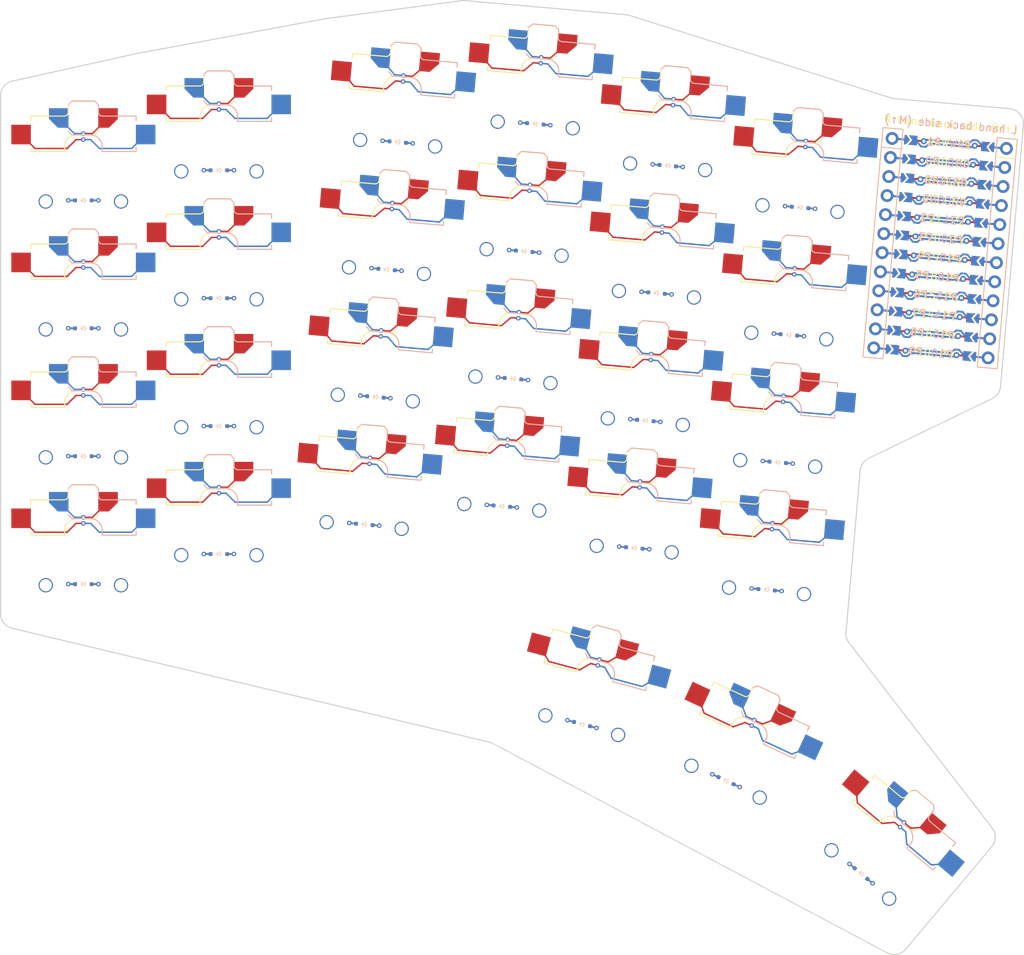
<source format=kicad_pcb>
(kicad_pcb (version 20240108) (generator "ergogen") (generator_version "4.1.0")
  (title_block (title "main") (date "2025-05-15") (rev "v1.0.0") (company "Unknown"))
  (layers (0 "F.Cu" signal) (31 "B.Cu" signal) (34 "B.Paste" user) (35 "F.Paste" user) (36 "B.SilkS" user "B.Silkscreen") (37 "F.SilkS" user "F.Silkscreen") (38 "B.Mask" user) (39 "F.Mask" user) (44 "Edge.Cuts" user))
  (net 0 "")
  (net 1 "P20")
  (net 2 "far_bottom")
  (net 3 "GND")
  (net 4 "D1")
  (net 5 "D2")
  (net 6 "far_home")
  (net 7 "far_secondary")
  (net 8 "far_top")
  (net 9 "P19")
  (net 10 "pinky_bottom")
  (net 11 "pinky_home")
  (net 12 "pinky_secondary")
  (net 13 "pinky_top")
  (net 14 "P18")
  (net 15 "ring_bottom")
  (net 16 "ring_home")
  (net 17 "ring_secondary")
  (net 18 "ring_top")
  (net 19 "P15")
  (net 20 "middle_bottom")
  (net 21 "middle_home")
  (net 22 "middle_secondary")
  (net 23 "middle_top")
  (net 24 "P14")
  (net 25 "index_bottom")
  (net 26 "index_home")
  (net 27 "index_secondary")
  (net 28 "index_top")
  (net 29 "P16")
  (net 30 "inner_bottom")
  (net 31 "inner_home")
  (net 32 "inner_secondary")
  (net 33 "inner_top")
  (net 34 "inner_thumb")
  (net 35 "middle_thumb")
  (net 36 "outer_thumb")
  (net 37 "P9")
  (net 38 "P8")
  (net 39 "P10")
  (net 40 "P21")
  (net 41 "P7")
  (net 42 "RAW")
  (net 43 "RST")
  (net 44 "VCC")
  (net 45 "P1")
  (net 46 "P0")
  (net 47 "P2")
  (net 48 "P3")
  (net 49 "P4")
  (net 50 "P5")
  (net 51 "P6")
  (net 52 "P101")
  (net 53 "P102")
  (net 54 "P107")
  (net 55 "MCU1_24")
  (net 56 "MCU1_1")
  (net 57 "MCU1_23")
  (net 58 "MCU1_2")
  (net 59 "MCU1_22")
  (net 60 "MCU1_3")
  (net 61 "MCU1_21")
  (net 62 "MCU1_4")
  (net 63 "MCU1_20")
  (net 64 "MCU1_5")
  (net 65 "MCU1_19")
  (net 66 "MCU1_6")
  (net 67 "MCU1_18")
  (net 68 "MCU1_7")
  (net 69 "MCU1_17")
  (net 70 "MCU1_8")
  (net 71 "MCU1_16")
  (net 72 "MCU1_9")
  (net 73 "MCU1_15")
  (net 74 "MCU1_10")
  (net 75 "MCU1_14")
  (net 76 "MCU1_11")
  (net 77 "MCU1_13")
  (net 78 "MCU1_12")
  (footprint "ceoloide:switch_choc_v1_v2" (layer "B.Cu") (at 120 150 0)
    (property "Reference" "S1" hide)
  )
  (segment (start 123.275 144.05) (end 121.2 146.125) (width 0.2) (layer "F.Cu") (net 1))
  (segment (start 121.2 146.125) (end 120 146.125) (width 0.2) (layer "F.Cu") (net 1))
  (via (at 120 146.125) (size 0.6) (drill 0.3) (layers "F.Cu" "B.Cu") (net 1))
  (segment (start 118.8 146.125) (end 120 146.125) (width 0.2) (layer "B.Cu") (net 1))
  (segment (start 116.725 144.05) (end 118.8 146.125) (width 0.2) (layer "B.Cu") (net 1))
  (segment (start 113.579 148.104) (end 117.846 148.104) (width 0.2) (layer "F.Cu") (net 2))
  (segment (start 119.025 146.925) (end 120 146.925) (width 0.2) (layer "F.Cu") (net 2))
  (segment (start 111.725 146.25) (end 113.579 148.104) (width 0.2) (layer "F.Cu") (net 2))
  (segment (start 117.846 148.104) (end 119.025 146.925) (width 0.2) (layer "F.Cu") (net 2))
  (via (at 120 146.925) (size 0.6) (drill 0.3) (layers "F.Cu" "B.Cu") (net 2))
  (segment (start 122.140166 148.104) (end 120.961166 146.925) (width 0.2) (layer "B.Cu") (net 2))
  (segment (start 126.421 148.104) (end 122.140166 148.104) (width 0.2) (layer "B.Cu") (net 2))
  (segment (start 120.961166 146.925) (end 120 146.925) (width 0.2) (layer "B.Cu") (net 2))
  (segment (start 128.275 146.25) (end 126.421 148.104) (width 0.2) (layer "B.Cu") (net 2))
  (footprint "ceoloide:switch_choc_v1_v2" (layer "B.Cu") (at 120 133 0)
    (property "Reference" "S2" hide)
  )
  (segment (start 123.275 127.05) (end 121.2 129.125) (width 0.2) (layer "F.Cu") (net 1))
  (segment (start 121.2 129.125) (end 120 129.125) (width 0.2) (layer "F.Cu") (net 1))
  (via (at 120 129.125) (size 0.6) (drill 0.3) (layers "F.Cu" "B.Cu") (net 1))
  (segment (start 118.8 129.125) (end 120 129.125) (width 0.2) (layer "B.Cu") (net 1))
  (segment (start 116.725 127.05) (end 118.8 129.125) (width 0.2) (layer "B.Cu") (net 1))
  (segment (start 113.579 131.104) (end 117.846 131.104) (width 0.2) (layer "F.Cu") (net 6))
  (segment (start 119.025 129.925) (end 120 129.925) (width 0.2) (layer "F.Cu") (net 6))
  (segment (start 111.725 129.25) (end 113.579 131.104) (width 0.2) (layer "F.Cu") (net 6))
  (segment (start 117.846 131.104) (end 119.025 129.925) (width 0.2) (layer "F.Cu") (net 6))
  (via (at 120 129.925) (size 0.6) (drill 0.3) (layers "F.Cu" "B.Cu") (net 6))
  (segment (start 122.140166 131.104) (end 120.961166 129.925) (width 0.2) (layer "B.Cu") (net 6))
  (segment (start 126.421 131.104) (end 122.140166 131.104) (width 0.2) (layer "B.Cu") (net 6))
  (segment (start 120.961166 129.925) (end 120 129.925) (width 0.2) (layer "B.Cu") (net 6))
  (segment (start 128.275 129.25) (end 126.421 131.104) (width 0.2) (layer "B.Cu") (net 6))
  (footprint "ceoloide:switch_choc_v1_v2" (layer "B.Cu") (at 120 116 0)
    (property "Reference" "S3" hide)
  )
  (segment (start 123.275 110.05) (end 121.2 112.125) (width 0.2) (layer "F.Cu") (net 1))
  (segment (start 121.2 112.125) (end 120 112.125) (width 0.2) (layer "F.Cu") (net 1))
  (via (at 120 112.125) (size 0.6) (drill 0.3) (layers "F.Cu" "B.Cu") (net 1))
  (segment (start 118.8 112.125) (end 120 112.125) (width 0.2) (layer "B.Cu") (net 1))
  (segment (start 116.725 110.05) (end 118.8 112.125) (width 0.2) (layer "B.Cu") (net 1))
  (segment (start 113.579 114.104) (end 117.846 114.104) (width 0.2) (layer "F.Cu") (net 7))
  (segment (start 119.025 112.925) (end 120 112.925) (width 0.2) (layer "F.Cu") (net 7))
  (segment (start 111.725 112.25) (end 113.579 114.104) (width 0.2) (layer "F.Cu") (net 7))
  (segment (start 117.846 114.104) (end 119.025 112.925) (width 0.2) (layer "F.Cu") (net 7))
  (via (at 120 112.925) (size 0.6) (drill 0.3) (layers "F.Cu" "B.Cu") (net 7))
  (segment (start 122.140166 114.104) (end 120.961166 112.925) (width 0.2) (layer "B.Cu") (net 7))
  (segment (start 126.421 114.104) (end 122.140166 114.104) (width 0.2) (layer "B.Cu") (net 7))
  (segment (start 120.961166 112.925) (end 120 112.925) (width 0.2) (layer "B.Cu") (net 7))
  (segment (start 128.275 112.25) (end 126.421 114.104) (width 0.2) (layer "B.Cu") (net 7))
  (footprint "ceoloide:switch_choc_v1_v2" (layer "B.Cu") (at 120 99 0)
    (property "Reference" "S4" hide)
  )
  (segment (start 123.275 93.05) (end 121.2 95.125) (width 0.2) (layer "F.Cu") (net 1))
  (segment (start 121.2 95.125) (end 120 95.125) (width 0.2) (layer "F.Cu") (net 1))
  (via (at 120 95.125) (size 0.6) (drill 0.3) (layers "F.Cu" "B.Cu") (net 1))
  (segment (start 118.8 95.125) (end 120 95.125) (width 0.2) (layer "B.Cu") (net 1))
  (segment (start 116.725 93.05) (end 118.8 95.125) (width 0.2) (layer "B.Cu") (net 1))
  (segment (start 113.579 97.104) (end 117.846 97.104) (width 0.2) (layer "F.Cu") (net 8))
  (segment (start 119.025 95.925) (end 120 95.925) (width 0.2) (layer "F.Cu") (net 8))
  (segment (start 111.725 95.25) (end 113.579 97.104) (width 0.2) (layer "F.Cu") (net 8))
  (segment (start 117.846 97.104) (end 119.025 95.925) (width 0.2) (layer "F.Cu") (net 8))
  (via (at 120 95.925) (size 0.6) (drill 0.3) (layers "F.Cu" "B.Cu") (net 8))
  (segment (start 122.140166 97.104) (end 120.961166 95.925) (width 0.2) (layer "B.Cu") (net 8))
  (segment (start 126.421 97.104) (end 122.140166 97.104) (width 0.2) (layer "B.Cu") (net 8))
  (segment (start 120.961166 95.925) (end 120 95.925) (width 0.2) (layer "B.Cu") (net 8))
  (segment (start 128.275 95.25) (end 126.421 97.104) (width 0.2) (layer "B.Cu") (net 8))
  (footprint "ceoloide:switch_choc_v1_v2" (layer "B.Cu") (at 138 146 0)
    (property "Reference" "S5" hide)
  )
  (segment (start 141.275 140.05) (end 139.2 142.125) (width 0.2) (layer "F.Cu") (net 9))
  (segment (start 139.2 142.125) (end 138 142.125) (width 0.2) (layer "F.Cu") (net 9))
  (via (at 138 142.125) (size 0.6) (drill 0.3) (layers "F.Cu" "B.Cu") (net 9))
  (segment (start 136.8 142.125) (end 138 142.125) (width 0.2) (layer "B.Cu") (net 9))
  (segment (start 134.725 140.05) (end 136.8 142.125) (width 0.2) (layer "B.Cu") (net 9))
  (segment (start 131.579 144.104) (end 135.846 144.104) (width 0.2) (layer "F.Cu") (net 10))
  (segment (start 137.025 142.925) (end 138 142.925) (width 0.2) (layer "F.Cu") (net 10))
  (segment (start 129.725 142.25) (end 131.579 144.104) (width 0.2) (layer "F.Cu") (net 10))
  (segment (start 135.846 144.104) (end 137.025 142.925) (width 0.2) (layer "F.Cu") (net 10))
  (via (at 138 142.925) (size 0.6) (drill 0.3) (layers "F.Cu" "B.Cu") (net 10))
  (segment (start 140.140166 144.104) (end 138.961166 142.925) (width 0.2) (layer "B.Cu") (net 10))
  (segment (start 144.421 144.104) (end 140.140166 144.104) (width 0.2) (layer "B.Cu") (net 10))
  (segment (start 138.961166 142.925) (end 138 142.925) (width 0.2) (layer "B.Cu") (net 10))
  (segment (start 146.275 142.25) (end 144.421 144.104) (width 0.2) (layer "B.Cu") (net 10))
  (footprint "ceoloide:switch_choc_v1_v2" (layer "B.Cu") (at 138 129 0)
    (property "Reference" "S6" hide)
  )
  (segment (start 141.275 123.05) (end 139.2 125.125) (width 0.2) (layer "F.Cu") (net 9))
  (segment (start 139.2 125.125) (end 138 125.125) (width 0.2) (layer "F.Cu") (net 9))
  (via (at 138 125.125) (size 0.6) (drill 0.3) (layers "F.Cu" "B.Cu") (net 9))
  (segment (start 136.8 125.125) (end 138 125.125) (width 0.2) (layer "B.Cu") (net 9))
  (segment (start 134.725 123.05) (end 136.8 125.125) (width 0.2) (layer "B.Cu") (net 9))
  (segment (start 131.579 127.104) (end 135.846 127.104) (width 0.2) (layer "F.Cu") (net 11))
  (segment (start 137.025 125.925) (end 138 125.925) (width 0.2) (layer "F.Cu") (net 11))
  (segment (start 129.725 125.25) (end 131.579 127.104) (width 0.2) (layer "F.Cu") (net 11))
  (segment (start 135.846 127.104) (end 137.025 125.925) (width 0.2) (layer "F.Cu") (net 11))
  (via (at 138 125.925) (size 0.6) (drill 0.3) (layers "F.Cu" "B.Cu") (net 11))
  (segment (start 140.140166 127.104) (end 138.961166 125.925) (width 0.2) (layer "B.Cu") (net 11))
  (segment (start 144.421 127.104) (end 140.140166 127.104) (width 0.2) (layer "B.Cu") (net 11))
  (segment (start 138.961166 125.925) (end 138 125.925) (width 0.2) (layer "B.Cu") (net 11))
  (segment (start 146.275 125.25) (end 144.421 127.104) (width 0.2) (layer "B.Cu") (net 11))
  (footprint "ceoloide:switch_choc_v1_v2" (layer "B.Cu") (at 138 112 0)
    (property "Reference" "S7" hide)
  )
  (segment (start 141.275 106.05) (end 139.2 108.125) (width 0.2) (layer "F.Cu") (net 9))
  (segment (start 139.2 108.125) (end 138 108.125) (width 0.2) (layer "F.Cu") (net 9))
  (via (at 138 108.125) (size 0.6) (drill 0.3) (layers "F.Cu" "B.Cu") (net 9))
  (segment (start 136.8 108.125) (end 138 108.125) (width 0.2) (layer "B.Cu") (net 9))
  (segment (start 134.725 106.05) (end 136.8 108.125) (width 0.2) (layer "B.Cu") (net 9))
  (segment (start 131.579 110.104) (end 135.846 110.104) (width 0.2) (layer "F.Cu") (net 12))
  (segment (start 137.025 108.925) (end 138 108.925) (width 0.2) (layer "F.Cu") (net 12))
  (segment (start 129.725 108.25) (end 131.579 110.104) (width 0.2) (layer "F.Cu") (net 12))
  (segment (start 135.846 110.104) (end 137.025 108.925) (width 0.2) (layer "F.Cu") (net 12))
  (via (at 138 108.925) (size 0.6) (drill 0.3) (layers "F.Cu" "B.Cu") (net 12))
  (segment (start 140.140166 110.104) (end 138.961166 108.925) (width 0.2) (layer "B.Cu") (net 12))
  (segment (start 144.421 110.104) (end 140.140166 110.104) (width 0.2) (layer "B.Cu") (net 12))
  (segment (start 138.961166 108.925) (end 138 108.925) (width 0.2) (layer "B.Cu") (net 12))
  (segment (start 146.275 108.25) (end 144.421 110.104) (width 0.2) (layer "B.Cu") (net 12))
  (footprint "ceoloide:switch_choc_v1_v2" (layer "B.Cu") (at 138 95 0)
    (property "Reference" "S8" hide)
  )
  (segment (start 141.275 89.05) (end 139.2 91.125) (width 0.2) (layer "F.Cu") (net 9))
  (segment (start 139.2 91.125) (end 138 91.125) (width 0.2) (layer "F.Cu") (net 9))
  (via (at 138 91.125) (size 0.6) (drill 0.3) (layers "F.Cu" "B.Cu") (net 9))
  (segment (start 136.8 91.125) (end 138 91.125) (width 0.2) (layer "B.Cu") (net 9))
  (segment (start 134.725 89.05) (end 136.8 91.125) (width 0.2) (layer "B.Cu") (net 9))
  (segment (start 131.579 93.104) (end 135.846 93.104) (width 0.2) (layer "F.Cu") (net 13))
  (segment (start 137.025 91.925) (end 138 91.925) (width 0.2) (layer "F.Cu") (net 13))
  (segment (start 129.725 91.25) (end 131.579 93.104) (width 0.2) (layer "F.Cu") (net 13))
  (segment (start 135.846 93.104) (end 137.025 91.925) (width 0.2) (layer "F.Cu") (net 13))
  (via (at 138 91.925) (size 0.6) (drill 0.3) (layers "F.Cu" "B.Cu") (net 13))
  (segment (start 140.140166 93.104) (end 138.961166 91.925) (width 0.2) (layer "B.Cu") (net 13))
  (segment (start 144.421 93.104) (end 140.140166 93.104) (width 0.2) (layer "B.Cu") (net 13))
  (segment (start 138.961166 91.925) (end 138 91.925) (width 0.2) (layer "B.Cu") (net 13))
  (segment (start 146.275 91.25) (end 144.421 93.104) (width 0.2) (layer "B.Cu") (net 13))
  (footprint "ceoloide:switch_choc_v1_v2" (layer "B.Cu") (at 157.7431149 142.076106 -5)
    (property "Reference" "S9" hide)
  )
  (segment (start 161.5242292 136.4341826) (end 159.276277 138.3204384) (width 0.2) (layer "F.Cu") (net 14))
  (segment (start 159.276277 138.3204384) (end 158.0808434 138.2158515) (width 0.2) (layer "F.Cu") (net 14))
  (via (at 158.0808434 138.2158515) (size 0.6) (drill 0.3) (layers "F.Cu" "B.Cu") (net 14))
  (segment (start 156.8854098 138.11126470000002) (end 158.0808434 138.2158515) (width 0.2) (layer "B.Cu") (net 14))
  (segment (start 154.99915389999998 135.8633125) (end 156.8854098 138.11126470000002) (width 0.2) (layer "B.Cu") (net 14))
  (segment (start 151.511796 139.6276938) (end 155.7625588 139.9995874) (width 0.2) (layer "F.Cu") (net 15))
  (segment (start 157.039829 138.9278305) (end 158.0111188 139.01280730000002) (width 0.2) (layer "F.Cu") (net 15))
  (segment (start 149.8264378 137.6191621) (end 151.511796 139.6276938) (width 0.2) (layer "F.Cu") (net 15))
  (segment (start 155.7625588 139.9995874) (end 157.039829 138.9278305) (width 0.2) (layer "F.Cu") (net 15))
  (via (at 158.0111188 139.01280730000002) (size 0.6) (drill 0.3) (layers "F.Cu" "B.Cu") (net 15))
  (segment (start 160.0403842 140.3738486) (end 158.9686273 139.0965784) (width 0.2) (layer "B.Cu") (net 15))
  (segment (start 164.3049283 140.7469479) (end 160.0403842 140.3738486) (width 0.2) (layer "B.Cu") (net 15))
  (segment (start 158.9686273 139.0965784) (end 158.0111188 139.01280730000002) (width 0.2) (layer "B.Cu") (net 15))
  (segment (start 166.3134601 139.0615897) (end 164.3049283 140.7469479) (width 0.2) (layer "B.Cu") (net 15))
  (footprint "ceoloide:switch_choc_v1_v2" (layer "B.Cu") (at 159.2247625 125.14079610000002 -5)
    (property "Reference" "S10" hide)
  )
  (segment (start 163.0058768 119.49887270000002) (end 160.7579246 121.38512850000002) (width 0.2) (layer "F.Cu") (net 14))
  (segment (start 160.7579246 121.38512850000002) (end 159.562491 121.28054160000002) (width 0.2) (layer "F.Cu") (net 14))
  (via (at 159.562491 121.28054160000002) (size 0.6) (drill 0.3) (layers "F.Cu" "B.Cu") (net 14))
  (segment (start 158.3670574 121.17595480000001) (end 159.562491 121.28054160000002) (width 0.2) (layer "B.Cu") (net 14))
  (segment (start 156.48080149999998 118.92800260000001) (end 158.3670574 121.17595480000001) (width 0.2) (layer "B.Cu") (net 14))
  (segment (start 152.9934436 122.69238390000001) (end 157.2442064 123.06427750000002) (width 0.2) (layer "F.Cu") (net 16))
  (segment (start 158.5214766 121.99252060000002) (end 159.4927664 122.07749740000001) (width 0.2) (layer "F.Cu") (net 16))
  (segment (start 151.3080854 120.68385220000002) (end 152.9934436 122.69238390000001) (width 0.2) (layer "F.Cu") (net 16))
  (segment (start 157.2442064 123.06427750000002) (end 158.5214766 121.99252060000002) (width 0.2) (layer "F.Cu") (net 16))
  (via (at 159.4927664 122.07749740000001) (size 0.6) (drill 0.3) (layers "F.Cu" "B.Cu") (net 16))
  (segment (start 161.5220318 123.43853870000002) (end 160.4502749 122.16126850000002) (width 0.2) (layer "B.Cu") (net 16))
  (segment (start 165.7865759 123.81163800000002) (end 161.5220318 123.43853870000002) (width 0.2) (layer "B.Cu") (net 16))
  (segment (start 160.4502749 122.16126850000002) (end 159.4927664 122.07749740000001) (width 0.2) (layer "B.Cu") (net 16))
  (segment (start 167.7951077 122.12627980000002) (end 165.7865759 123.81163800000002) (width 0.2) (layer "B.Cu") (net 16))
  (footprint "ceoloide:switch_choc_v1_v2" (layer "B.Cu") (at 160.7064101 108.20548620000002 -5)
    (property "Reference" "S11" hide)
  )
  (segment (start 164.4875244 102.56356280000003) (end 162.2395722 104.44981860000003) (width 0.2) (layer "F.Cu") (net 14))
  (segment (start 162.2395722 104.44981860000003) (end 161.0441386 104.34523170000003) (width 0.2) (layer "F.Cu") (net 14))
  (via (at 161.0441386 104.34523170000003) (size 0.6) (drill 0.3) (layers "F.Cu" "B.Cu") (net 14))
  (segment (start 159.848705 104.24064490000002) (end 161.0441386 104.34523170000003) (width 0.2) (layer "B.Cu") (net 14))
  (segment (start 157.9624491 101.99269270000002) (end 159.848705 104.24064490000002) (width 0.2) (layer "B.Cu") (net 14))
  (segment (start 154.4750912 105.75707400000002) (end 158.725854 106.12896760000002) (width 0.2) (layer "F.Cu") (net 17))
  (segment (start 160.0031242 105.05721070000003) (end 160.974414 105.14218750000002) (width 0.2) (layer "F.Cu") (net 17))
  (segment (start 152.789733 103.74854230000003) (end 154.4750912 105.75707400000002) (width 0.2) (layer "F.Cu") (net 17))
  (segment (start 158.725854 106.12896760000002) (end 160.0031242 105.05721070000003) (width 0.2) (layer "F.Cu") (net 17))
  (via (at 160.974414 105.14218750000002) (size 0.6) (drill 0.3) (layers "F.Cu" "B.Cu") (net 17))
  (segment (start 163.0036794 106.50322880000003) (end 161.9319225 105.22595860000003) (width 0.2) (layer "B.Cu") (net 17))
  (segment (start 167.2682235 106.87632810000002) (end 163.0036794 106.50322880000003) (width 0.2) (layer "B.Cu") (net 17))
  (segment (start 161.9319225 105.22595860000003) (end 160.974414 105.14218750000002) (width 0.2) (layer "B.Cu") (net 17))
  (segment (start 169.2767553 105.19096990000003) (end 167.2682235 106.87632810000002) (width 0.2) (layer "B.Cu") (net 17))
  (footprint "ceoloide:switch_choc_v1_v2" (layer "B.Cu") (at 162.1880577 91.27017630000003 -5)
    (property "Reference" "S12" hide)
  )
  (segment (start 165.96917200000001 85.62825290000004) (end 163.7212198 87.51450870000004) (width 0.2) (layer "F.Cu") (net 14))
  (segment (start 163.7212198 87.51450870000004) (end 162.5257862 87.40992180000003) (width 0.2) (layer "F.Cu") (net 14))
  (via (at 162.5257862 87.40992180000003) (size 0.6) (drill 0.3) (layers "F.Cu" "B.Cu") (net 14))
  (segment (start 161.3303526 87.30533500000003) (end 162.5257862 87.40992180000003) (width 0.2) (layer "B.Cu") (net 14))
  (segment (start 159.4440967 85.05738280000003) (end 161.3303526 87.30533500000003) (width 0.2) (layer "B.Cu") (net 14))
  (segment (start 155.9567388 88.82176410000002) (end 160.2075016 89.19365770000003) (width 0.2) (layer "F.Cu") (net 18))
  (segment (start 161.4847718 88.12190080000003) (end 162.4560616 88.20687760000003) (width 0.2) (layer "F.Cu") (net 18))
  (segment (start 154.27138060000001 86.81323240000003) (end 155.9567388 88.82176410000002) (width 0.2) (layer "F.Cu") (net 18))
  (segment (start 160.2075016 89.19365770000003) (end 161.4847718 88.12190080000003) (width 0.2) (layer "F.Cu") (net 18))
  (via (at 162.4560616 88.20687760000003) (size 0.6) (drill 0.3) (layers "F.Cu" "B.Cu") (net 18))
  (segment (start 164.485327 89.56791890000004) (end 163.41357010000002 88.29064870000003) (width 0.2) (layer "B.Cu") (net 18))
  (segment (start 168.7498711 89.94101820000003) (end 164.485327 89.56791890000004) (width 0.2) (layer "B.Cu") (net 18))
  (segment (start 163.41357010000002 88.29064870000003) (end 162.4560616 88.20687760000003) (width 0.2) (layer "B.Cu") (net 18))
  (segment (start 170.7584029 88.25566000000003) (end 168.7498711 89.94101820000003) (width 0.2) (layer "B.Cu") (net 18))
  (footprint "ceoloide:switch_choc_v1_v2" (layer "B.Cu") (at 176.02324240000002 139.6601306 -5)
    (property "Reference" "S13" hide)
  )
  (segment (start 179.80435670000003 134.0182072) (end 177.5564045 135.904463) (width 0.2) (layer "F.Cu") (net 19))
  (segment (start 177.5564045 135.904463) (end 176.3609709 135.7998761) (width 0.2) (layer "F.Cu") (net 19))
  (via (at 176.3609709 135.7998761) (size 0.6) (drill 0.3) (layers "F.Cu" "B.Cu") (net 19))
  (segment (start 175.1655373 135.6952893) (end 176.3609709 135.7998761) (width 0.2) (layer "B.Cu") (net 19))
  (segment (start 173.2792814 133.4473371) (end 175.1655373 135.6952893) (width 0.2) (layer "B.Cu") (net 19))
  (segment (start 169.79192350000002 137.2117184) (end 174.0426863 137.58361200000002) (width 0.2) (layer "F.Cu") (net 20))
  (segment (start 175.31995650000002 136.5118551) (end 176.2912463 136.5968319) (width 0.2) (layer "F.Cu") (net 20))
  (segment (start 168.10656530000003 135.2031867) (end 169.79192350000002 137.2117184) (width 0.2) (layer "F.Cu") (net 20))
  (segment (start 174.0426863 137.58361200000002) (end 175.31995650000002 136.5118551) (width 0.2) (layer "F.Cu") (net 20))
  (via (at 176.2912463 136.5968319) (size 0.6) (drill 0.3) (layers "F.Cu" "B.Cu") (net 20))
  (segment (start 178.32051170000003 137.9578732) (end 177.24875480000003 136.680603) (width 0.2) (layer "B.Cu") (net 20))
  (segment (start 182.58505580000002 138.3309725) (end 178.32051170000003 137.9578732) (width 0.2) (layer "B.Cu") (net 20))
  (segment (start 177.24875480000003 136.680603) (end 176.2912463 136.5968319) (width 0.2) (layer "B.Cu") (net 20))
  (segment (start 184.5935876 136.6456143) (end 182.58505580000002 138.3309725) (width 0.2) (layer "B.Cu") (net 20))
  (footprint "ceoloide:switch_choc_v1_v2" (layer "B.Cu") (at 177.50489000000002 122.72482070000001 -5)
    (property "Reference" "S14" hide)
  )
  (segment (start 181.28600430000003 117.08289730000001) (end 179.03805210000002 118.96915310000001) (width 0.2) (layer "F.Cu") (net 19))
  (segment (start 179.03805210000002 118.96915310000001) (end 177.84261850000001 118.86456620000001) (width 0.2) (layer "F.Cu") (net 19))
  (via (at 177.84261850000001 118.86456620000001) (size 0.6) (drill 0.3) (layers "F.Cu" "B.Cu") (net 19))
  (segment (start 176.6471849 118.7599794) (end 177.84261850000001 118.86456620000001) (width 0.2) (layer "B.Cu") (net 19))
  (segment (start 174.760929 116.5120272) (end 176.6471849 118.7599794) (width 0.2) (layer "B.Cu") (net 19))
  (segment (start 171.27357110000003 120.2764085) (end 175.52433390000002 120.64830210000001) (width 0.2) (layer "F.Cu") (net 21))
  (segment (start 176.80160410000002 119.57654520000001) (end 177.7728939 119.661522) (width 0.2) (layer "F.Cu") (net 21))
  (segment (start 169.58821290000003 118.26787680000001) (end 171.27357110000003 120.2764085) (width 0.2) (layer "F.Cu") (net 21))
  (segment (start 175.52433390000002 120.64830210000001) (end 176.80160410000002 119.57654520000001) (width 0.2) (layer "F.Cu") (net 21))
  (via (at 177.7728939 119.661522) (size 0.6) (drill 0.3) (layers "F.Cu" "B.Cu") (net 21))
  (segment (start 179.80215930000003 121.02256330000002) (end 178.73040240000003 119.74529310000001) (width 0.2) (layer "B.Cu") (net 21))
  (segment (start 184.06670340000002 121.39566260000001) (end 179.80215930000003 121.02256330000002) (width 0.2) (layer "B.Cu") (net 21))
  (segment (start 178.73040240000003 119.74529310000001) (end 177.7728939 119.661522) (width 0.2) (layer "B.Cu") (net 21))
  (segment (start 186.0752352 119.71030440000001) (end 184.06670340000002 121.39566260000001) (width 0.2) (layer "B.Cu") (net 21))
  (footprint "ceoloide:switch_choc_v1_v2" (layer "B.Cu") (at 178.98653760000002 105.78951080000002 -5)
    (property "Reference" "S15" hide)
  )
  (segment (start 182.76765190000003 100.14758740000002) (end 180.51969970000002 102.03384320000002) (width 0.2) (layer "F.Cu") (net 19))
  (segment (start 180.51969970000002 102.03384320000002) (end 179.32426610000002 101.92925630000002) (width 0.2) (layer "F.Cu") (net 19))
  (via (at 179.32426610000002 101.92925630000002) (size 0.6) (drill 0.3) (layers "F.Cu" "B.Cu") (net 19))
  (segment (start 178.12883250000002 101.82466950000001) (end 179.32426610000002 101.92925630000002) (width 0.2) (layer "B.Cu") (net 19))
  (segment (start 176.2425766 99.57671730000001) (end 178.12883250000002 101.82466950000001) (width 0.2) (layer "B.Cu") (net 19))
  (segment (start 172.75521870000003 103.34109860000001) (end 177.00598150000002 103.71299220000002) (width 0.2) (layer "F.Cu") (net 22))
  (segment (start 178.28325170000002 102.64123530000002) (end 179.25454150000002 102.72621210000001) (width 0.2) (layer "F.Cu") (net 22))
  (segment (start 171.06986050000003 101.33256690000002) (end 172.75521870000003 103.34109860000001) (width 0.2) (layer "F.Cu") (net 22))
  (segment (start 177.00598150000002 103.71299220000002) (end 178.28325170000002 102.64123530000002) (width 0.2) (layer "F.Cu") (net 22))
  (via (at 179.25454150000002 102.72621210000001) (size 0.6) (drill 0.3) (layers "F.Cu" "B.Cu") (net 22))
  (segment (start 181.28380690000003 104.08725340000002) (end 180.21205000000003 102.80998320000002) (width 0.2) (layer "B.Cu") (net 22))
  (segment (start 185.54835100000003 104.46035270000002) (end 181.28380690000003 104.08725340000002) (width 0.2) (layer "B.Cu") (net 22))
  (segment (start 180.21205000000003 102.80998320000002) (end 179.25454150000002 102.72621210000001) (width 0.2) (layer "B.Cu") (net 22))
  (segment (start 187.5568828 102.77499450000002) (end 185.54835100000003 104.46035270000002) (width 0.2) (layer "B.Cu") (net 22))
  (footprint "ceoloide:switch_choc_v1_v2" (layer "B.Cu") (at 180.46818520000002 88.85420090000002 -5)
    (property "Reference" "S16" hide)
  )
  (segment (start 184.24929950000003 83.21227750000003) (end 182.00134730000002 85.09853330000003) (width 0.2) (layer "F.Cu") (net 19))
  (segment (start 182.00134730000002 85.09853330000003) (end 180.80591370000002 84.99394640000003) (width 0.2) (layer "F.Cu") (net 19))
  (via (at 180.80591370000002 84.99394640000003) (size 0.6) (drill 0.3) (layers "F.Cu" "B.Cu") (net 19))
  (segment (start 179.61048010000002 84.88935960000002) (end 180.80591370000002 84.99394640000003) (width 0.2) (layer "B.Cu") (net 19))
  (segment (start 177.7242242 82.64140740000002) (end 179.61048010000002 84.88935960000002) (width 0.2) (layer "B.Cu") (net 19))
  (segment (start 174.23686630000003 86.40578870000002) (end 178.48762910000002 86.77768230000002) (width 0.2) (layer "F.Cu") (net 23))
  (segment (start 179.76489930000002 85.70592540000003) (end 180.73618910000002 85.79090220000002) (width 0.2) (layer "F.Cu") (net 23))
  (segment (start 172.55150810000004 84.39725700000002) (end 174.23686630000003 86.40578870000002) (width 0.2) (layer "F.Cu") (net 23))
  (segment (start 178.48762910000002 86.77768230000002) (end 179.76489930000002 85.70592540000003) (width 0.2) (layer "F.Cu") (net 23))
  (via (at 180.73618910000002 85.79090220000002) (size 0.6) (drill 0.3) (layers "F.Cu" "B.Cu") (net 23))
  (segment (start 182.76545450000003 87.15194350000003) (end 181.69369760000004 85.87467330000003) (width 0.2) (layer "B.Cu") (net 23))
  (segment (start 187.02999860000003 87.52504280000002) (end 182.76545450000003 87.15194350000003) (width 0.2) (layer "B.Cu") (net 23))
  (segment (start 181.69369760000004 85.87467330000003) (end 180.73618910000002 85.79090220000002) (width 0.2) (layer "B.Cu") (net 23))
  (segment (start 189.0385304 85.83968460000003) (end 187.02999860000003 87.52504280000002) (width 0.2) (layer "B.Cu") (net 23))
  (footprint "ceoloide:switch_choc_v1_v2" (layer "B.Cu") (at 193.606124 145.2137128 -5)
    (property "Reference" "S17" hide)
  )
  (segment (start 197.3872383 139.5717894) (end 195.1392861 141.4580452) (width 0.2) (layer "F.Cu") (net 24))
  (segment (start 195.1392861 141.4580452) (end 193.9438525 141.3534583) (width 0.2) (layer "F.Cu") (net 24))
  (via (at 193.9438525 141.3534583) (size 0.6) (drill 0.3) (layers "F.Cu" "B.Cu") (net 24))
  (segment (start 192.7484189 141.2488715) (end 193.9438525 141.3534583) (width 0.2) (layer "B.Cu") (net 24))
  (segment (start 190.86216299999998 139.0009193) (end 192.7484189 141.2488715) (width 0.2) (layer "B.Cu") (net 24))
  (segment (start 187.3748051 142.7653006) (end 191.6255679 143.1371942) (width 0.2) (layer "F.Cu") (net 25))
  (segment (start 192.9028381 142.06543729999999) (end 193.8741279 142.1504141) (width 0.2) (layer "F.Cu") (net 25))
  (segment (start 185.6894469 140.7567689) (end 187.3748051 142.7653006) (width 0.2) (layer "F.Cu") (net 25))
  (segment (start 191.6255679 143.1371942) (end 192.9028381 142.06543729999999) (width 0.2) (layer "F.Cu") (net 25))
  (via (at 193.8741279 142.1504141) (size 0.6) (drill 0.3) (layers "F.Cu" "B.Cu") (net 25))
  (segment (start 195.9033933 143.5114554) (end 194.8316364 142.23418519999998) (width 0.2) (layer "B.Cu") (net 25))
  (segment (start 200.1679374 143.8845547) (end 195.9033933 143.5114554) (width 0.2) (layer "B.Cu") (net 25))
  (segment (start 194.8316364 142.23418519999998) (end 193.8741279 142.1504141) (width 0.2) (layer "B.Cu") (net 25))
  (segment (start 202.17646919999999 142.1991965) (end 200.1679374 143.8845547) (width 0.2) (layer "B.Cu") (net 25))
  (footprint "ceoloide:switch_choc_v1_v2" (layer "B.Cu") (at 195.0877716 128.2784029 -5)
    (property "Reference" "S18" hide)
  )
  (segment (start 198.8688859 122.63647950000001) (end 196.6209337 124.52273530000001) (width 0.2) (layer "F.Cu") (net 24))
  (segment (start 196.6209337 124.52273530000001) (end 195.4255001 124.4181484) (width 0.2) (layer "F.Cu") (net 24))
  (via (at 195.4255001 124.4181484) (size 0.6) (drill 0.3) (layers "F.Cu" "B.Cu") (net 24))
  (segment (start 194.2300665 124.3135616) (end 195.4255001 124.4181484) (width 0.2) (layer "B.Cu") (net 24))
  (segment (start 192.34381059999998 122.0656094) (end 194.2300665 124.3135616) (width 0.2) (layer "B.Cu") (net 24))
  (segment (start 188.8564527 125.8299907) (end 193.1072155 126.2018843) (width 0.2) (layer "F.Cu") (net 26))
  (segment (start 194.3844857 125.1301274) (end 195.3557755 125.2151042) (width 0.2) (layer "F.Cu") (net 26))
  (segment (start 187.1710945 123.821459) (end 188.8564527 125.8299907) (width 0.2) (layer "F.Cu") (net 26))
  (segment (start 193.1072155 126.2018843) (end 194.3844857 125.1301274) (width 0.2) (layer "F.Cu") (net 26))
  (via (at 195.3557755 125.2151042) (size 0.6) (drill 0.3) (layers "F.Cu" "B.Cu") (net 26))
  (segment (start 197.3850409 126.57614550000001) (end 196.313284 125.2988753) (width 0.2) (layer "B.Cu") (net 26))
  (segment (start 201.649585 126.9492448) (end 197.3850409 126.57614550000001) (width 0.2) (layer "B.Cu") (net 26))
  (segment (start 196.313284 125.2988753) (end 195.3557755 125.2151042) (width 0.2) (layer "B.Cu") (net 26))
  (segment (start 203.6581168 125.2638866) (end 201.649585 126.9492448) (width 0.2) (layer "B.Cu") (net 26))
  (footprint "ceoloide:switch_choc_v1_v2" (layer "B.Cu") (at 196.5694192 111.34309300000001 -5)
    (property "Reference" "S19" hide)
  )
  (segment (start 200.3505335 105.70116960000001) (end 198.1025813 107.58742540000001) (width 0.2) (layer "F.Cu") (net 24))
  (segment (start 198.1025813 107.58742540000001) (end 196.9071477 107.48283850000001) (width 0.2) (layer "F.Cu") (net 24))
  (via (at 196.9071477 107.48283850000001) (size 0.6) (drill 0.3) (layers "F.Cu" "B.Cu") (net 24))
  (segment (start 195.7117141 107.3782517) (end 196.9071477 107.48283850000001) (width 0.2) (layer "B.Cu") (net 24))
  (segment (start 193.82545819999999 105.1302995) (end 195.7117141 107.3782517) (width 0.2) (layer "B.Cu") (net 24))
  (segment (start 190.3381003 108.8946808) (end 194.5888631 109.26657440000001) (width 0.2) (layer "F.Cu") (net 27))
  (segment (start 195.8661333 108.19481750000001) (end 196.8374231 108.2797943) (width 0.2) (layer "F.Cu") (net 27))
  (segment (start 188.6527421 106.88614910000001) (end 190.3381003 108.8946808) (width 0.2) (layer "F.Cu") (net 27))
  (segment (start 194.5888631 109.26657440000001) (end 195.8661333 108.19481750000001) (width 0.2) (layer "F.Cu") (net 27))
  (via (at 196.8374231 108.2797943) (size 0.6) (drill 0.3) (layers "F.Cu" "B.Cu") (net 27))
  (segment (start 198.8666885 109.64083560000002) (end 197.7949316 108.36356540000001) (width 0.2) (layer "B.Cu") (net 27))
  (segment (start 203.1312326 110.01393490000001) (end 198.8666885 109.64083560000002) (width 0.2) (layer "B.Cu") (net 27))
  (segment (start 197.7949316 108.36356540000001) (end 196.8374231 108.2797943) (width 0.2) (layer "B.Cu") (net 27))
  (segment (start 205.1397644 108.32857670000001) (end 203.1312326 110.01393490000001) (width 0.2) (layer "B.Cu") (net 27))
  (footprint "ceoloide:switch_choc_v1_v2" (layer "B.Cu") (at 198.0510668 94.40778310000002 -5)
    (property "Reference" "S20" hide)
  )
  (segment (start 201.8321811 88.76585970000002) (end 199.5842289 90.65211550000002) (width 0.2) (layer "F.Cu") (net 24))
  (segment (start 199.5842289 90.65211550000002) (end 198.3887953 90.54752860000002) (width 0.2) (layer "F.Cu") (net 24))
  (via (at 198.3887953 90.54752860000002) (size 0.6) (drill 0.3) (layers "F.Cu" "B.Cu") (net 24))
  (segment (start 197.1933617 90.44294180000001) (end 198.3887953 90.54752860000002) (width 0.2) (layer "B.Cu") (net 24))
  (segment (start 195.3071058 88.19498960000001) (end 197.1933617 90.44294180000001) (width 0.2) (layer "B.Cu") (net 24))
  (segment (start 191.8197479 91.95937090000001) (end 196.0705107 92.33126450000002) (width 0.2) (layer "F.Cu") (net 28))
  (segment (start 197.3477809 91.25950760000002) (end 198.3190707 91.34448440000001) (width 0.2) (layer "F.Cu") (net 28))
  (segment (start 190.1343897 89.95083920000002) (end 191.8197479 91.95937090000001) (width 0.2) (layer "F.Cu") (net 28))
  (segment (start 196.0705107 92.33126450000002) (end 197.3477809 91.25950760000002) (width 0.2) (layer "F.Cu") (net 28))
  (via (at 198.3190707 91.34448440000001) (size 0.6) (drill 0.3) (layers "F.Cu" "B.Cu") (net 28))
  (segment (start 200.3483361 92.70552570000002) (end 199.27657920000001 91.42825550000002) (width 0.2) (layer "B.Cu") (net 28))
  (segment (start 204.6128802 93.07862500000002) (end 200.3483361 92.70552570000002) (width 0.2) (layer "B.Cu") (net 28))
  (segment (start 199.27657920000001 91.42825550000002) (end 198.3190707 91.34448440000001) (width 0.2) (layer "B.Cu") (net 28))
  (segment (start 206.621412 91.39326680000002) (end 204.6128802 93.07862500000002) (width 0.2) (layer "B.Cu") (net 28))
  (footprint "ceoloide:switch_choc_v1_v2" (layer "B.Cu") (at 211.1890056 150.7672949 -5)
    (property "Reference" "S21" hide)
  )
  (segment (start 214.97011990000001 145.1253715) (end 212.7221677 147.0116273) (width 0.2) (layer "F.Cu") (net 29))
  (segment (start 212.7221677 147.0116273) (end 211.5267341 146.9070404) (width 0.2) (layer "F.Cu") (net 29))
  (via (at 211.5267341 146.9070404) (size 0.6) (drill 0.3) (layers "F.Cu" "B.Cu") (net 29))
  (segment (start 210.3313005 146.8024536) (end 211.5267341 146.9070404) (width 0.2) (layer "B.Cu") (net 29))
  (segment (start 208.4450446 144.5545014) (end 210.3313005 146.8024536) (width 0.2) (layer "B.Cu") (net 29))
  (segment (start 204.9576867 148.3188827) (end 209.2084495 148.69077629999998) (width 0.2) (layer "F.Cu") (net 30))
  (segment (start 210.4857197 147.61901939999998) (end 211.4570095 147.7039962) (width 0.2) (layer "F.Cu") (net 30))
  (segment (start 203.27232850000001 146.310351) (end 204.9576867 148.3188827) (width 0.2) (layer "F.Cu") (net 30))
  (segment (start 209.2084495 148.69077629999998) (end 210.4857197 147.61901939999998) (width 0.2) (layer "F.Cu") (net 30))
  (via (at 211.4570095 147.7039962) (size 0.6) (drill 0.3) (layers "F.Cu" "B.Cu") (net 30))
  (segment (start 213.4862749 149.0650375) (end 212.41451800000002 147.78776729999998) (width 0.2) (layer "B.Cu") (net 30))
  (segment (start 217.750819 149.4381368) (end 213.4862749 149.0650375) (width 0.2) (layer "B.Cu") (net 30))
  (segment (start 212.41451800000002 147.78776729999998) (end 211.4570095 147.7039962) (width 0.2) (layer "B.Cu") (net 30))
  (segment (start 219.7593508 147.7527786) (end 217.750819 149.4381368) (width 0.2) (layer "B.Cu") (net 30))
  (footprint "ceoloide:switch_choc_v1_v2" (layer "B.Cu") (at 212.6706532 133.831985 -5)
    (property "Reference" "S22" hide)
  )
  (segment (start 216.45176750000002 128.1900616) (end 214.2038153 130.0763174) (width 0.2) (layer "F.Cu") (net 29))
  (segment (start 214.2038153 130.0763174) (end 213.0083817 129.9717305) (width 0.2) (layer "F.Cu") (net 29))
  (via (at 213.0083817 129.9717305) (size 0.6) (drill 0.3) (layers "F.Cu" "B.Cu") (net 29))
  (segment (start 211.8129481 129.8671437) (end 213.0083817 129.9717305) (width 0.2) (layer "B.Cu") (net 29))
  (segment (start 209.9266922 127.6191915) (end 211.8129481 129.8671437) (width 0.2) (layer "B.Cu") (net 29))
  (segment (start 206.4393343 131.3835728) (end 210.6900971 131.7554664) (width 0.2) (layer "F.Cu") (net 31))
  (segment (start 211.9673673 130.6837095) (end 212.9386571 130.7686863) (width 0.2) (layer "F.Cu") (net 31))
  (segment (start 204.75397610000002 129.3750411) (end 206.4393343 131.3835728) (width 0.2) (layer "F.Cu") (net 31))
  (segment (start 210.6900971 131.7554664) (end 211.9673673 130.6837095) (width 0.2) (layer "F.Cu") (net 31))
  (via (at 212.9386571 130.7686863) (size 0.6) (drill 0.3) (layers "F.Cu" "B.Cu") (net 31))
  (segment (start 214.96792250000001 132.1297276) (end 213.89616560000002 130.8524574) (width 0.2) (layer "B.Cu") (net 31))
  (segment (start 219.2324666 132.5028269) (end 214.96792250000001 132.1297276) (width 0.2) (layer "B.Cu") (net 31))
  (segment (start 213.89616560000002 130.8524574) (end 212.9386571 130.7686863) (width 0.2) (layer "B.Cu") (net 31))
  (segment (start 221.2409984 130.8174687) (end 219.2324666 132.5028269) (width 0.2) (layer "B.Cu") (net 31))
  (footprint "ceoloide:switch_choc_v1_v2" (layer "B.Cu") (at 214.1523008 116.89667510000001 -5)
    (property "Reference" "S23" hide)
  )
  (segment (start 217.93341510000002 111.25475170000001) (end 215.6854629 113.14100750000001) (width 0.2) (layer "F.Cu") (net 29))
  (segment (start 215.6854629 113.14100750000001) (end 214.4900293 113.03642060000001) (width 0.2) (layer "F.Cu") (net 29))
  (via (at 214.4900293 113.03642060000001) (size 0.6) (drill 0.3) (layers "F.Cu" "B.Cu") (net 29))
  (segment (start 213.2945957 112.9318338) (end 214.4900293 113.03642060000001) (width 0.2) (layer "B.Cu") (net 29))
  (segment (start 211.4083398 110.6838816) (end 213.2945957 112.9318338) (width 0.2) (layer "B.Cu") (net 29))
  (segment (start 207.92098190000002 114.4482629) (end 212.1717447 114.82015650000001) (width 0.2) (layer "F.Cu") (net 32))
  (segment (start 213.4490149 113.74839960000001) (end 214.4203047 113.8333764) (width 0.2) (layer "F.Cu") (net 32))
  (segment (start 206.23562370000002 112.43973120000001) (end 207.92098190000002 114.4482629) (width 0.2) (layer "F.Cu") (net 32))
  (segment (start 212.1717447 114.82015650000001) (end 213.4490149 113.74839960000001) (width 0.2) (layer "F.Cu") (net 32))
  (via (at 214.4203047 113.8333764) (size 0.6) (drill 0.3) (layers "F.Cu" "B.Cu") (net 32))
  (segment (start 216.44957010000002 115.19441770000002) (end 215.37781320000002 113.91714750000001) (width 0.2) (layer "B.Cu") (net 32))
  (segment (start 220.7141142 115.56751700000001) (end 216.44957010000002 115.19441770000002) (width 0.2) (layer "B.Cu") (net 32))
  (segment (start 215.37781320000002 113.91714750000001) (end 214.4203047 113.8333764) (width 0.2) (layer "B.Cu") (net 32))
  (segment (start 222.722646 113.88215880000001) (end 220.7141142 115.56751700000001) (width 0.2) (layer "B.Cu") (net 32))
  (footprint "ceoloide:switch_choc_v1_v2" (layer "B.Cu") (at 215.6339484 99.96136520000002 -5)
    (property "Reference" "S24" hide)
  )
  (segment (start 219.41506270000002 94.31944180000002) (end 217.1671105 96.20569760000002) (width 0.2) (layer "F.Cu") (net 29))
  (segment (start 217.1671105 96.20569760000002) (end 215.9716769 96.10111070000002) (width 0.2) (layer "F.Cu") (net 29))
  (via (at 215.9716769 96.10111070000002) (size 0.6) (drill 0.3) (layers "F.Cu" "B.Cu") (net 29))
  (segment (start 214.7762433 95.99652390000001) (end 215.9716769 96.10111070000002) (width 0.2) (layer "B.Cu") (net 29))
  (segment (start 212.8899874 93.74857170000001) (end 214.7762433 95.99652390000001) (width 0.2) (layer "B.Cu") (net 29))
  (segment (start 209.40262950000002 97.51295300000001) (end 213.6533923 97.88484660000002) (width 0.2) (layer "F.Cu") (net 33))
  (segment (start 214.9306625 96.81308970000002) (end 215.9019523 96.89806650000001) (width 0.2) (layer "F.Cu") (net 33))
  (segment (start 207.71727130000002 95.50442130000002) (end 209.40262950000002 97.51295300000001) (width 0.2) (layer "F.Cu") (net 33))
  (segment (start 213.6533923 97.88484660000002) (end 214.9306625 96.81308970000002) (width 0.2) (layer "F.Cu") (net 33))
  (via (at 215.9019523 96.89806650000001) (size 0.6) (drill 0.3) (layers "F.Cu" "B.Cu") (net 33))
  (segment (start 217.93121770000002 98.25910780000002) (end 216.85946080000002 96.98183760000002) (width 0.2) (layer "B.Cu") (net 33))
  (segment (start 222.1957618 98.63220710000002) (end 217.93121770000002 98.25910780000002) (width 0.2) (layer "B.Cu") (net 33))
  (segment (start 216.85946080000002 96.98183760000002) (end 215.9019523 96.89806650000001) (width 0.2) (layer "B.Cu") (net 33))
  (segment (start 224.2042936 96.94684890000002) (end 222.1957618 98.63220710000002) (width 0.2) (layer "B.Cu") (net 33))
  (footprint "ceoloide:switch_choc_v1_v2" (layer "B.Cu") (at 187.5296074 168.7737625 -15)
    (property "Reference" "S25" hide)
  )
  (segment (start 192.2329878 163.8741362) (end 189.6916422 165.3413828) (width 0.2) (layer "F.Cu") (net 19))
  (segment (start 189.6916422 165.3413828) (end 188.5325312 165.0307999) (width 0.2) (layer "F.Cu") (net 19))
  (via (at 188.5325312 165.0307999) (size 0.6) (drill 0.3) (layers "F.Cu" "B.Cu") (net 19))
  (segment (start 187.3734202 164.7202171) (end 188.5325312 165.0307999) (width 0.2) (layer "B.Cu") (net 19))
  (segment (start 185.90617360000002 162.1788715) (end 187.3734202 164.7202171) (width 0.2) (layer "B.Cu") (net 19))
  (segment (start 181.8181186 165.28049000000001) (end 185.9397241 166.3848709) (width 0.2) (layer "F.Cu") (net 34))
  (segment (start 187.3836983 165.55119200000001) (end 188.325476 165.8035406) (width 0.2) (layer "F.Cu") (net 34))
  (segment (start 180.5071426 163.0098131) (end 181.8181186 165.28049000000001) (width 0.2) (layer "F.Cu") (net 34))
  (segment (start 185.9397241 166.3848709) (end 187.3836983 165.55119200000001) (width 0.2) (layer "F.Cu") (net 34))
  (via (at 188.325476 165.8035406) (size 0.6) (drill 0.3) (layers "F.Cu" "B.Cu") (net 34))
  (segment (start 190.0875699 167.4962829) (end 189.253891 166.0523087) (width 0.2) (layer "B.Cu") (net 34))
  (segment (start 194.22253800000001 168.6042442) (end 190.0875699 167.4962829) (width 0.2) (layer "B.Cu") (net 34))
  (segment (start 189.253891 166.0523087) (end 188.325476 165.8035406) (width 0.2) (layer "B.Cu") (net 34))
  (segment (start 196.493215 167.2932682) (end 194.22253800000001 168.6042442) (width 0.2) (layer "B.Cu") (net 34))
  (footprint "ceoloide:switch_choc_v1_v2" (layer "B.Cu") (at 207.4768402 176.5904567 -25)
    (property "Reference" "S26" hide)
  )
  (segment (start 212.9595769 172.5820002) (end 210.20205529999998 173.5856559) (width 0.2) (layer "F.Cu") (net 24))
  (segment (start 210.20205529999998 173.5856559) (end 209.114486 173.078514) (width 0.2) (layer "F.Cu") (net 24))
  (via (at 209.114486 173.078514) (size 0.6) (drill 0.3) (layers "F.Cu" "B.Cu") (net 24))
  (segment (start 208.0269166 172.5713721) (end 209.114486 173.078514) (width 0.2) (layer "B.Cu") (net 24))
  (segment (start 207.0232609 169.8138506) (end 208.0269166 172.5713721) (width 0.2) (layer "B.Cu") (net 24))
  (segment (start 202.4587221 172.15846530000002) (end 206.3259375 173.96177740000002) (width 0.2) (layer "F.Cu") (net 35))
  (segment (start 207.8927413 173.3915074) (end 208.7763914 173.80356030000002) (width 0.2) (layer "F.Cu") (net 35))
  (segment (start 201.56196169999998 169.6946364) (end 202.4587221 172.15846530000002) (width 0.2) (layer "F.Cu") (net 35))
  (segment (start 206.3259375 173.96177740000002) (end 207.8927413 173.3915074) (width 0.2) (layer "F.Cu") (net 35))
  (via (at 208.7763914 173.80356030000002) (size 0.6) (drill 0.3) (layers "F.Cu" "B.Cu") (net 35))
  (segment (start 210.2177735 175.7765704) (end 209.6475036 174.2097666) (width 0.2) (layer "B.Cu") (net 35))
  (segment (start 214.0975267 177.58572900000001) (end 210.2177735 175.7765704) (width 0.2) (layer "B.Cu") (net 35))
  (segment (start 209.6475036 174.2097666) (end 208.7763914 173.80356030000002) (width 0.2) (layer "B.Cu") (net 35))
  (segment (start 216.5613556 176.6889686) (end 214.0975267 177.58572900000001) (width 0.2) (layer "B.Cu") (net 35))
  (footprint "ceoloide:switch_choc_v1_v2" (layer "B.Cu") (at 226.5106071 189.64488450000002 -40)
    (property "Reference" "S27" hide)
  )
  (segment (start 232.8439889 187.19204950000002) (end 229.9206624 187.44780740000002) (width 0.2) (layer "F.Cu") (net 29))
  (segment (start 229.9206624 187.44780740000002) (end 229.0014091 186.67646230000003) (width 0.2) (layer "F.Cu") (net 29))
  (via (at 229.0014091 186.67646230000003) (size 0.6) (drill 0.3) (layers "F.Cu" "B.Cu") (net 29))
  (segment (start 228.08215579999998 185.9051172) (end 229.0014091 186.67646230000003) (width 0.2) (layer "B.Cu") (net 29))
  (segment (start 227.8263978 182.9817906) (end 228.08215579999998 185.9051172) (width 0.2) (layer "B.Cu") (net 29))
  (segment (start 222.81056099999998 184.06512500000002) (end 226.0792727 186.8078997) (width 0.2) (layer "F.Cu") (net 36))
  (segment (start 227.7402857 186.66257990000003) (end 228.487179 187.2892978) (width 0.2) (layer "F.Cu") (net 36))
  (segment (start 222.58204289999998 181.45315040000003) (end 222.81056099999998 184.06512500000002) (width 0.2) (layer "F.Cu") (net 36))
  (segment (start 226.0792727 186.8078997) (end 227.7402857 186.66257990000003) (width 0.2) (layer "F.Cu") (net 36))
  (via (at 228.487179 187.2892978) (size 0.6) (drill 0.3) (layers "F.Cu" "B.Cu") (net 36))
  (segment (start 229.3687947 189.56813640000001) (end 229.22347489999999 187.90712340000002) (width 0.2) (layer "B.Cu") (net 36))
  (segment (start 232.6481038 192.3198035) (end 229.3687947 189.56813640000001) (width 0.2) (layer "B.Cu") (net 36))
  (segment (start 229.22347489999999 187.90712340000002) (end 228.487179 187.2892978) (width 0.2) (layer "B.Cu") (net 36))
  (segment (start 235.2600784 192.0912853) (end 232.6481038 192.3198035) (width 0.2) (layer "B.Cu") (net 36))
  (footprint "diode_smd_sod323" (layer "F.Cu") (at 120 155 0))
  (segment (start 118 155) (end 118.9 155) (width 0.2) (layer "F.Cu") (net 37))
  (segment (start 122 155) (end 121.1 155) (width 0.2) (layer "F.Cu") (net 2))
  (via (at 118 155) (size 0.6) (drill 0.3) (layers "F.Cu" "B.Cu") (net 37))
  (via (at 122 155) (size 0.6) (drill 0.3) (layers "F.Cu" "B.Cu") (net 2))
  (segment (start 118 155) (end 118.9 155) (width 0.2) (layer "B.Cu") (net 37))
  (segment (start 122 155) (end 121.1 155) (width 0.2) (layer "B.Cu") (net 2))
  (footprint "diode_smd_sod323" (layer "F.Cu") (at 120 138 0))
  (segment (start 118 138) (end 118.9 138) (width 0.2) (layer "F.Cu") (net 38))
  (segment (start 122 138) (end 121.1 138) (width 0.2) (layer "F.Cu") (net 6))
  (via (at 118 138) (size 0.6) (drill 0.3) (layers "F.Cu" "B.Cu") (net 38))
  (via (at 122 138) (size 0.6) (drill 0.3) (layers "F.Cu" "B.Cu") (net 6))
  (segment (start 118 138) (end 118.9 138) (width 0.2) (layer "B.Cu") (net 38))
  (segment (start 122 138) (end 121.1 138) (width 0.2) (layer "B.Cu") (net 6))
  (footprint "diode_smd_sod323" (layer "F.Cu") (at 120 121 0))
  (segment (start 118 121) (end 118.9 121) (width 0.2) (layer "F.Cu") (net 39))
  (segment (start 122 121) (end 121.1 121) (width 0.2) (layer "F.Cu") (net 7))
  (via (at 118 121) (size 0.6) (drill 0.3) (layers "F.Cu" "B.Cu") (net 39))
  (via (at 122 121) (size 0.6) (drill 0.3) (layers "F.Cu" "B.Cu") (net 7))
  (segment (start 118 121) (end 118.9 121) (width 0.2) (layer "B.Cu") (net 39))
  (segment (start 122 121) (end 121.1 121) (width 0.2) (layer "B.Cu") (net 7))
  (footprint "diode_smd_sod323" (layer "F.Cu") (at 120 104 0))
  (segment (start 118 104) (end 118.9 104) (width 0.2) (layer "F.Cu") (net 40))
  (segment (start 122 104) (end 121.1 104) (width 0.2) (layer "F.Cu") (net 8))
  (via (at 118 104) (size 0.6) (drill 0.3) (layers "F.Cu" "B.Cu") (net 40))
  (via (at 122 104) (size 0.6) (drill 0.3) (layers "F.Cu" "B.Cu") (net 8))
  (segment (start 118 104) (end 118.9 104) (width 0.2) (layer "B.Cu") (net 40))
  (segment (start 122 104) (end 121.1 104) (width 0.2) (layer "B.Cu") (net 8))
  (footprint "diode_smd_sod323" (layer "F.Cu") (at 138 151 0))
  (segment (start 136 151) (end 136.9 151) (width 0.2) (layer "F.Cu") (net 37))
  (segment (start 140 151) (end 139.1 151) (width 0.2) (layer "F.Cu") (net 10))
  (via (at 136 151) (size 0.6) (drill 0.3) (layers "F.Cu" "B.Cu") (net 37))
  (via (at 140 151) (size 0.6) (drill 0.3) (layers "F.Cu" "B.Cu") (net 10))
  (segment (start 136 151) (end 136.9 151) (width 0.2) (layer "B.Cu") (net 37))
  (segment (start 140 151) (end 139.1 151) (width 0.2) (layer "B.Cu") (net 10))
  (footprint "diode_smd_sod323" (layer "F.Cu") (at 138 134 0))
  (segment (start 136 134) (end 136.9 134) (width 0.2) (layer "F.Cu") (net 38))
  (segment (start 140 134) (end 139.1 134) (width 0.2) (layer "F.Cu") (net 11))
  (via (at 136 134) (size 0.6) (drill 0.3) (layers "F.Cu" "B.Cu") (net 38))
  (via (at 140 134) (size 0.6) (drill 0.3) (layers "F.Cu" "B.Cu") (net 11))
  (segment (start 136 134) (end 136.9 134) (width 0.2) (layer "B.Cu") (net 38))
  (segment (start 140 134) (end 139.1 134) (width 0.2) (layer "B.Cu") (net 11))
  (footprint "diode_smd_sod323" (layer "F.Cu") (at 138 117 0))
  (segment (start 136 117) (end 136.9 117) (width 0.2) (layer "F.Cu") (net 39))
  (segment (start 140 117) (end 139.1 117) (width 0.2) (layer "F.Cu") (net 12))
  (via (at 136 117) (size 0.6) (drill 0.3) (layers "F.Cu" "B.Cu") (net 39))
  (via (at 140 117) (size 0.6) (drill 0.3) (layers "F.Cu" "B.Cu") (net 12))
  (segment (start 136 117) (end 136.9 117) (width 0.2) (layer "B.Cu") (net 39))
  (segment (start 140 117) (end 139.1 117) (width 0.2) (layer "B.Cu") (net 12))
  (footprint "diode_smd_sod323" (layer "F.Cu") (at 138 100 0))
  (segment (start 136 100) (end 136.9 100) (width 0.2) (layer "F.Cu") (net 40))
  (segment (start 140 100) (end 139.1 100) (width 0.2) (layer "F.Cu") (net 13))
  (via (at 136 100) (size 0.6) (drill 0.3) (layers "F.Cu" "B.Cu") (net 40))
  (via (at 140 100) (size 0.6) (drill 0.3) (layers "F.Cu" "B.Cu") (net 13))
  (segment (start 136 100) (end 136.9 100) (width 0.2) (layer "B.Cu") (net 40))
  (segment (start 140 100) (end 139.1 100) (width 0.2) (layer "B.Cu") (net 13))
  (footprint "diode_smd_sod323" (layer "F.Cu") (at 157.3073362 147.05707950000001 -5))
  (segment (start 155.3149468 146.88276800000003) (end 156.211522 146.96120820000002) (width 0.2) (layer "F.Cu") (net 37))
  (segment (start 159.29972560000002 147.231391) (end 158.40315040000002 147.1529508) (width 0.2) (layer "F.Cu") (net 15))
  (via (at 155.3149468 146.88276800000003) (size 0.6) (drill 0.3) (layers "F.Cu" "B.Cu") (net 37))
  (via (at 159.29972560000002 147.231391) (size 0.6) (drill 0.3) (layers "F.Cu" "B.Cu") (net 15))
  (segment (start 155.3149468 146.88276800000003) (end 156.211522 146.96120820000002) (width 0.2) (layer "B.Cu") (net 37))
  (segment (start 159.29972560000002 147.231391) (end 158.40315040000002 147.1529508) (width 0.2) (layer "B.Cu") (net 15))
  (footprint "diode_smd_sod323" (layer "F.Cu") (at 158.7889838 130.12176960000002 -5))
  (segment (start 156.7965944 129.94745810000003) (end 157.6931696 130.02589830000002) (width 0.2) (layer "F.Cu") (net 38))
  (segment (start 160.78137320000002 130.2960811) (end 159.88479800000002 130.21764090000002) (width 0.2) (layer "F.Cu") (net 16))
  (via (at 156.7965944 129.94745810000003) (size 0.6) (drill 0.3) (layers "F.Cu" "B.Cu") (net 38))
  (via (at 160.78137320000002 130.2960811) (size 0.6) (drill 0.3) (layers "F.Cu" "B.Cu") (net 16))
  (segment (start 156.7965944 129.94745810000003) (end 157.6931696 130.02589830000002) (width 0.2) (layer "B.Cu") (net 38))
  (segment (start 160.78137320000002 130.2960811) (end 159.88479800000002 130.21764090000002) (width 0.2) (layer "B.Cu") (net 16))
  (footprint "diode_smd_sod323" (layer "F.Cu") (at 160.2706314 113.18645970000003 -5))
  (segment (start 158.278242 113.01214820000003) (end 159.1748172 113.09058840000003) (width 0.2) (layer "F.Cu") (net 39))
  (segment (start 162.26302080000002 113.36077120000003) (end 161.36644560000002 113.28233100000003) (width 0.2) (layer "F.Cu") (net 17))
  (via (at 158.278242 113.01214820000003) (size 0.6) (drill 0.3) (layers "F.Cu" "B.Cu") (net 39))
  (via (at 162.26302080000002 113.36077120000003) (size 0.6) (drill 0.3) (layers "F.Cu" "B.Cu") (net 17))
  (segment (start 158.278242 113.01214820000003) (end 159.1748172 113.09058840000003) (width 0.2) (layer "B.Cu") (net 39))
  (segment (start 162.26302080000002 113.36077120000003) (end 161.36644560000002 113.28233100000003) (width 0.2) (layer "B.Cu") (net 17))
  (footprint "diode_smd_sod323" (layer "F.Cu") (at 161.75227900000002 96.25114980000004 -5))
  (segment (start 159.7598896 96.07683830000003) (end 160.6564648 96.15527850000004) (width 0.2) (layer "F.Cu") (net 40))
  (segment (start 163.74466840000002 96.42546130000004) (end 162.84809320000002 96.34702110000003) (width 0.2) (layer "F.Cu") (net 18))
  (via (at 159.7598896 96.07683830000003) (size 0.6) (drill 0.3) (layers "F.Cu" "B.Cu") (net 40))
  (via (at 163.74466840000002 96.42546130000004) (size 0.6) (drill 0.3) (layers "F.Cu" "B.Cu") (net 18))
  (segment (start 159.7598896 96.07683830000003) (end 160.6564648 96.15527850000004) (width 0.2) (layer "B.Cu") (net 40))
  (segment (start 163.74466840000002 96.42546130000004) (end 162.84809320000002 96.34702110000003) (width 0.2) (layer "B.Cu") (net 18))
  (footprint "diode_smd_sod323" (layer "F.Cu") (at 175.58746370000003 144.6411041 -5))
  (segment (start 173.59507430000002 144.46679260000002) (end 174.49164950000002 144.5452328) (width 0.2) (layer "F.Cu") (net 37))
  (segment (start 177.57985310000004 144.8154156) (end 176.68327790000004 144.7369754) (width 0.2) (layer "F.Cu") (net 20))
  (via (at 173.59507430000002 144.46679260000002) (size 0.6) (drill 0.3) (layers "F.Cu" "B.Cu") (net 37))
  (via (at 177.57985310000004 144.8154156) (size 0.6) (drill 0.3) (layers "F.Cu" "B.Cu") (net 20))
  (segment (start 173.59507430000002 144.46679260000002) (end 174.49164950000002 144.5452328) (width 0.2) (layer "B.Cu") (net 37))
  (segment (start 177.57985310000004 144.8154156) (end 176.68327790000004 144.7369754) (width 0.2) (layer "B.Cu") (net 20))
  (footprint "diode_smd_sod323" (layer "F.Cu") (at 177.06911130000003 127.70579420000001 -5))
  (segment (start 175.07672190000002 127.53148270000001) (end 175.97329710000002 127.60992290000002) (width 0.2) (layer "F.Cu") (net 38))
  (segment (start 179.06150070000004 127.88010570000002) (end 178.16492550000004 127.80166550000001) (width 0.2) (layer "F.Cu") (net 21))
  (via (at 175.07672190000002 127.53148270000001) (size 0.6) (drill 0.3) (layers "F.Cu" "B.Cu") (net 38))
  (via (at 179.06150070000004 127.88010570000002) (size 0.6) (drill 0.3) (layers "F.Cu" "B.Cu") (net 21))
  (segment (start 175.07672190000002 127.53148270000001) (end 175.97329710000002 127.60992290000002) (width 0.2) (layer "B.Cu") (net 38))
  (segment (start 179.06150070000004 127.88010570000002) (end 178.16492550000004 127.80166550000001) (width 0.2) (layer "B.Cu") (net 21))
  (footprint "diode_smd_sod323" (layer "F.Cu") (at 178.55075890000003 110.77048430000002 -5))
  (segment (start 176.55836950000003 110.59617280000002) (end 177.45494470000003 110.67461300000002) (width 0.2) (layer "F.Cu") (net 39))
  (segment (start 180.54314830000004 110.94479580000002) (end 179.64657310000004 110.86635560000002) (width 0.2) (layer "F.Cu") (net 22))
  (via (at 176.55836950000003 110.59617280000002) (size 0.6) (drill 0.3) (layers "F.Cu" "B.Cu") (net 39))
  (via (at 180.54314830000004 110.94479580000002) (size 0.6) (drill 0.3) (layers "F.Cu" "B.Cu") (net 22))
  (segment (start 176.55836950000003 110.59617280000002) (end 177.45494470000003 110.67461300000002) (width 0.2) (layer "B.Cu") (net 39))
  (segment (start 180.54314830000004 110.94479580000002) (end 179.64657310000004 110.86635560000002) (width 0.2) (layer "B.Cu") (net 22))
  (footprint "diode_smd_sod323" (layer "F.Cu") (at 180.03240650000004 93.83517440000003 -5))
  (segment (start 178.04001710000003 93.66086290000003) (end 178.93659230000003 93.73930310000003) (width 0.2) (layer "F.Cu") (net 40))
  (segment (start 182.02479590000004 94.00948590000003) (end 181.12822070000004 93.93104570000003) (width 0.2) (layer "F.Cu") (net 23))
  (via (at 178.04001710000003 93.66086290000003) (size 0.6) (drill 0.3) (layers "F.Cu" "B.Cu") (net 40))
  (via (at 182.02479590000004 94.00948590000003) (size 0.6) (drill 0.3) (layers "F.Cu" "B.Cu") (net 23))
  (segment (start 178.04001710000003 93.66086290000003) (end 178.93659230000003 93.73930310000003) (width 0.2) (layer "B.Cu") (net 40))
  (segment (start 182.02479590000004 94.00948590000003) (end 181.12822070000004 93.93104570000003) (width 0.2) (layer "B.Cu") (net 23))
  (footprint "diode_smd_sod323" (layer "F.Cu") (at 193.1703453 150.1946863 -5))
  (segment (start 191.1779559 150.0203748) (end 192.0745311 150.098815) (width 0.2) (layer "F.Cu") (net 37))
  (segment (start 195.16273470000002 150.3689978) (end 194.26615950000001 150.2905576) (width 0.2) (layer "F.Cu") (net 25))
  (via (at 191.1779559 150.0203748) (size 0.6) (drill 0.3) (layers "F.Cu" "B.Cu") (net 37))
  (via (at 195.16273470000002 150.3689978) (size 0.6) (drill 0.3) (layers "F.Cu" "B.Cu") (net 25))
  (segment (start 191.1779559 150.0203748) (end 192.0745311 150.098815) (width 0.2) (layer "B.Cu") (net 37))
  (segment (start 195.16273470000002 150.3689978) (end 194.26615950000001 150.2905576) (width 0.2) (layer "B.Cu") (net 25))
  (footprint "diode_smd_sod323" (layer "F.Cu") (at 194.6519929 133.2593764 -5))
  (segment (start 192.6596035 133.08506490000002) (end 193.5561787 133.1635051) (width 0.2) (layer "F.Cu") (net 38))
  (segment (start 196.64438230000002 133.4336879) (end 195.74780710000002 133.3552477) (width 0.2) (layer "F.Cu") (net 26))
  (via (at 192.6596035 133.08506490000002) (size 0.6) (drill 0.3) (layers "F.Cu" "B.Cu") (net 38))
  (via (at 196.64438230000002 133.4336879) (size 0.6) (drill 0.3) (layers "F.Cu" "B.Cu") (net 26))
  (segment (start 192.6596035 133.08506490000002) (end 193.5561787 133.1635051) (width 0.2) (layer "B.Cu") (net 38))
  (segment (start 196.64438230000002 133.4336879) (end 195.74780710000002 133.3552477) (width 0.2) (layer "B.Cu") (net 26))
  (footprint "diode_smd_sod323" (layer "F.Cu") (at 196.1336405 116.32406650000001 -5))
  (segment (start 194.1412511 116.14975500000001) (end 195.0378263 116.22819520000002) (width 0.2) (layer "F.Cu") (net 39))
  (segment (start 198.12602990000002 116.49837800000002) (end 197.22945470000002 116.41993780000001) (width 0.2) (layer "F.Cu") (net 27))
  (via (at 194.1412511 116.14975500000001) (size 0.6) (drill 0.3) (layers "F.Cu" "B.Cu") (net 39))
  (via (at 198.12602990000002 116.49837800000002) (size 0.6) (drill 0.3) (layers "F.Cu" "B.Cu") (net 27))
  (segment (start 194.1412511 116.14975500000001) (end 195.0378263 116.22819520000002) (width 0.2) (layer "B.Cu") (net 39))
  (segment (start 198.12602990000002 116.49837800000002) (end 197.22945470000002 116.41993780000001) (width 0.2) (layer "B.Cu") (net 27))
  (footprint "diode_smd_sod323" (layer "F.Cu") (at 197.61528810000001 99.38875660000002 -5))
  (segment (start 195.6228987 99.21444510000002) (end 196.5194739 99.29288530000002) (width 0.2) (layer "F.Cu") (net 40))
  (segment (start 199.60767750000002 99.56306810000002) (end 198.71110230000002 99.48462790000002) (width 0.2) (layer "F.Cu") (net 28))
  (via (at 195.6228987 99.21444510000002) (size 0.6) (drill 0.3) (layers "F.Cu" "B.Cu") (net 40))
  (via (at 199.60767750000002 99.56306810000002) (size 0.6) (drill 0.3) (layers "F.Cu" "B.Cu") (net 28))
  (segment (start 195.6228987 99.21444510000002) (end 196.5194739 99.29288530000002) (width 0.2) (layer "B.Cu") (net 40))
  (segment (start 199.60767750000002 99.56306810000002) (end 198.71110230000002 99.48462790000002) (width 0.2) (layer "B.Cu") (net 28))
  (footprint "diode_smd_sod323" (layer "F.Cu") (at 210.75322690000002 155.7482684 -5))
  (segment (start 208.7608375 155.5739569) (end 209.6574127 155.6523971) (width 0.2) (layer "F.Cu") (net 37))
  (segment (start 212.74561630000002 155.9225799) (end 211.84904110000002 155.8441397) (width 0.2) (layer "F.Cu") (net 30))
  (via (at 208.7608375 155.5739569) (size 0.6) (drill 0.3) (layers "F.Cu" "B.Cu") (net 37))
  (via (at 212.74561630000002 155.9225799) (size 0.6) (drill 0.3) (layers "F.Cu" "B.Cu") (net 30))
  (segment (start 208.7608375 155.5739569) (end 209.6574127 155.6523971) (width 0.2) (layer "B.Cu") (net 37))
  (segment (start 212.74561630000002 155.9225799) (end 211.84904110000002 155.8441397) (width 0.2) (layer "B.Cu") (net 30))
  (footprint "diode_smd_sod323" (layer "F.Cu") (at 212.23487450000002 138.8129585 -5))
  (segment (start 210.2424851 138.63864700000002) (end 211.1390603 138.7170872) (width 0.2) (layer "F.Cu") (net 38))
  (segment (start 214.22726390000003 138.98727) (end 213.33068870000002 138.9088298) (width 0.2) (layer "F.Cu") (net 31))
  (via (at 210.2424851 138.63864700000002) (size 0.6) (drill 0.3) (layers "F.Cu" "B.Cu") (net 38))
  (via (at 214.22726390000003 138.98727) (size 0.6) (drill 0.3) (layers "F.Cu" "B.Cu") (net 31))
  (segment (start 210.2424851 138.63864700000002) (end 211.1390603 138.7170872) (width 0.2) (layer "B.Cu") (net 38))
  (segment (start 214.22726390000003 138.98727) (end 213.33068870000002 138.9088298) (width 0.2) (layer "B.Cu") (net 31))
  (footprint "diode_smd_sod323" (layer "F.Cu") (at 213.71652210000002 121.87764860000001 -5))
  (segment (start 211.7241327 121.70333710000001) (end 212.6207079 121.78177730000002) (width 0.2) (layer "F.Cu") (net 39))
  (segment (start 215.70891150000003 122.05196010000002) (end 214.81233630000003 121.97351990000001) (width 0.2) (layer "F.Cu") (net 32))
  (via (at 211.7241327 121.70333710000001) (size 0.6) (drill 0.3) (layers "F.Cu" "B.Cu") (net 39))
  (via (at 215.70891150000003 122.05196010000002) (size 0.6) (drill 0.3) (layers "F.Cu" "B.Cu") (net 32))
  (segment (start 211.7241327 121.70333710000001) (end 212.6207079 121.78177730000002) (width 0.2) (layer "B.Cu") (net 39))
  (segment (start 215.70891150000003 122.05196010000002) (end 214.81233630000003 121.97351990000001) (width 0.2) (layer "B.Cu") (net 32))
  (footprint "diode_smd_sod323" (layer "F.Cu") (at 215.19816970000002 104.94233870000002 -5))
  (segment (start 213.20578030000001 104.76802720000002) (end 214.10235550000002 104.84646740000002) (width 0.2) (layer "F.Cu") (net 40))
  (segment (start 217.19055910000003 105.11665020000002) (end 216.29398390000003 105.03821000000002) (width 0.2) (layer "F.Cu") (net 33))
  (via (at 213.20578030000001 104.76802720000002) (size 0.6) (drill 0.3) (layers "F.Cu" "B.Cu") (net 40))
  (via (at 217.19055910000003 105.11665020000002) (size 0.6) (drill 0.3) (layers "F.Cu" "B.Cu") (net 33))
  (segment (start 213.20578030000001 104.76802720000002) (end 214.10235550000002 104.84646740000002) (width 0.2) (layer "B.Cu") (net 40))
  (segment (start 217.19055910000003 105.11665020000002) (end 216.29398390000003 105.03821000000002) (width 0.2) (layer "B.Cu") (net 33))
  (footprint "diode_smd_sod323" (layer "F.Cu") (at 186.23551220000002 173.6033916 -15))
  (segment (start 184.3036605 173.0857535) (end 185.17299380000003 173.31869070000002) (width 0.2) (layer "F.Cu") (net 41))
  (segment (start 188.16736390000003 174.1210297) (end 187.2980306 173.8880925) (width 0.2) (layer "F.Cu") (net 34))
  (via (at 184.3036605 173.0857535) (size 0.6) (drill 0.3) (layers "F.Cu" "B.Cu") (net 41))
  (via (at 188.16736390000003 174.1210297) (size 0.6) (drill 0.3) (layers "F.Cu" "B.Cu") (net 34))
  (segment (start 184.3036605 173.0857535) (end 185.17299380000003 173.31869070000002) (width 0.2) (layer "B.Cu") (net 41))
  (segment (start 188.16736390000003 174.1210297) (end 187.2980306 173.8880925) (width 0.2) (layer "B.Cu") (net 34))
  (footprint "diode_smd_sod323" (layer "F.Cu") (at 205.3637489 181.1219956 -25))
  (segment (start 203.5511333 180.2767591) (end 204.3668103 180.6571155) (width 0.2) (layer "F.Cu") (net 41))
  (segment (start 207.17636449999998 181.9672321) (end 206.36068749999998 181.58687569999998) (width 0.2) (layer "F.Cu") (net 35))
  (via (at 203.5511333 180.2767591) (size 0.6) (drill 0.3) (layers "F.Cu" "B.Cu") (net 41))
  (via (at 207.17636449999998 181.9672321) (size 0.6) (drill 0.3) (layers "F.Cu" "B.Cu") (net 35))
  (segment (start 203.5511333 180.2767591) (end 204.3668103 180.6571155) (width 0.2) (layer "B.Cu") (net 41))
  (segment (start 207.17636449999998 181.9672321) (end 206.36068749999998 181.58687569999998) (width 0.2) (layer "B.Cu") (net 35))
  (footprint "diode_smd_sod323" (layer "F.Cu") (at 223.29666909999997 193.47510670000003 -40))
  (segment (start 221.76458019999998 192.18953150000002) (end 222.45402019999997 192.76804030000002) (width 0.2) (layer "F.Cu") (net 41))
  (segment (start 224.82875799999997 194.76068190000004) (end 224.13931799999997 194.18217310000003) (width 0.2) (layer "F.Cu") (net 36))
  (via (at 221.76458019999998 192.18953150000002) (size 0.6) (drill 0.3) (layers "F.Cu" "B.Cu") (net 41))
  (via (at 224.82875799999997 194.76068190000004) (size 0.6) (drill 0.3) (layers "F.Cu" "B.Cu") (net 36))
  (segment (start 221.76458019999998 192.18953150000002) (end 222.45402019999997 192.76804030000002) (width 0.2) (layer "B.Cu") (net 41))
  (segment (start 224.82875799999997 194.76068190000004) (end 224.13931799999997 194.18217310000003) (width 0.2) (layer "B.Cu") (net 36))
  (footprint "ceoloide:mcu_nice_nano" (layer "F.Cu") (at 233.9079796 109.08878450000002 -5)
    (property "Reference" "MCU1" hide)
  )
  (segment (start 239.7716872 96.85328050000001) (end 238.4019195 96.73344140000002) (width 0.25) (layer "F.Cu"))
  (segment (start 230.2580278 96.02094320000002) (end 231.6277956 96.14078230000001) (width 0.25) (layer "F.Cu"))
  (segment (start 227.4238539 95.77298510000001) (end 229.53578670000002 95.95775520000002) (width 0.25) (layer "F.Cu"))
  (segment (start 227.4238539 95.77298510000001) (end 229.53578670000002 95.95775520000002) (width 0.25) (layer "B.Cu"))
  (segment (start 240.49392840000002 96.91646840000001) (end 242.6058611 97.10123860000002) (width 0.25) (layer "F.Cu"))
  (segment (start 242.6058611 97.10123860000002) (end 240.49392840000002 96.91646840000001) (width 0.25) (layer "B.Cu"))
  (segment (start 232.4000284 96.43922250000001) (end 238.1527489 96.94252030000001) (width 0.25) (layer "B.Cu"))
  (segment (start 230.2580278 96.02094320000002) (end 230.60639220000002 96.05142110000001) (width 0.25) (layer "B.Cu"))
  (segment (start 231.2654454 96.83685020000001) (end 231.8637699 96.88919680000002) (width 0.25) (layer "B.Cu"))
  (segment (start 230.60639220000002 96.05142110000001) (end 231.2654454 96.83685020000001) (width 0.25) (layer "B.Cu"))
  (segment (start 231.8637699 96.88919680000002) (end 232.4000284 96.43922250000001) (width 0.25) (layer "B.Cu"))
  (segment (start 239.7716872 96.85328050000001) (end 239.42332290000002 96.82280260000002) (width 0.25) (layer "B.Cu"))
  (segment (start 237.61885320000002 96.44409160000002) (end 231.8661327 95.94079370000001) (width 0.25) (layer "B.Cu"))
  (segment (start 239.42332290000002 96.82280260000002) (end 238.7642697 96.03737350000002) (width 0.25) (layer "B.Cu"))
  (segment (start 238.7642697 96.03737350000002) (end 238.1659452 95.98502690000002) (width 0.25) (layer "B.Cu"))
  (segment (start 238.1659452 95.98502690000002) (end 237.61885320000002 96.44409160000002) (width 0.25) (layer "B.Cu"))
  (segment (start 239.55031160000001 99.38361500000002) (end 238.1805439 99.26377590000001) (width 0.25) (layer "F.Cu"))
  (segment (start 230.03665230000001 98.55127770000001) (end 231.40642 98.67111680000002) (width 0.25) (layer "F.Cu"))
  (segment (start 227.2024783 98.30331960000002) (end 229.3144111 98.48808980000001) (width 0.25) (layer "F.Cu"))
  (segment (start 227.2024783 98.30331960000002) (end 229.3144111 98.48808980000001) (width 0.25) (layer "B.Cu"))
  (segment (start 240.2725528 99.44680300000002) (end 242.3844855 99.63157310000001) (width 0.25) (layer "F.Cu"))
  (segment (start 242.3844855 99.63157310000001) (end 240.2725528 99.44680300000002) (width 0.25) (layer "B.Cu"))
  (segment (start 232.1786528 98.96955700000002) (end 237.93137330000002 99.47285490000002) (width 0.25) (layer "B.Cu"))
  (segment (start 230.03665230000001 98.55127770000001) (end 230.3850166 98.58175560000002) (width 0.25) (layer "B.Cu"))
  (segment (start 231.04406980000002 99.36718470000002) (end 231.6423943 99.41953130000002) (width 0.25) (layer "B.Cu"))
  (segment (start 230.3850166 98.58175560000002) (end 231.04406980000002 99.36718470000002) (width 0.25) (layer "B.Cu"))
  (segment (start 231.6423943 99.41953130000002) (end 232.1786528 98.96955700000002) (width 0.25) (layer "B.Cu"))
  (segment (start 239.55031160000001 99.38361500000002) (end 239.2019473 99.35313710000001) (width 0.25) (layer "B.Cu"))
  (segment (start 237.3974776 98.97442610000002) (end 231.6447571 98.47112830000002) (width 0.25) (layer "B.Cu"))
  (segment (start 239.2019473 99.35313710000001) (end 238.5428941 98.56770800000001) (width 0.25) (layer "B.Cu"))
  (segment (start 238.5428941 98.56770800000001) (end 237.9445696 98.51536140000002) (width 0.25) (layer "B.Cu"))
  (segment (start 237.9445696 98.51536140000002) (end 237.3974776 98.97442610000002) (width 0.25) (layer "B.Cu"))
  (segment (start 239.328936 101.91394960000002) (end 237.95916830000002 101.79411040000002) (width 0.25) (layer "F.Cu"))
  (segment (start 229.8152767 101.08161220000002) (end 231.1850444 101.20145140000001) (width 0.25) (layer "F.Cu"))
  (segment (start 226.9811028 100.83365410000002) (end 229.0930355 101.01842430000002) (width 0.25) (layer "F.Cu"))
  (segment (start 226.9811028 100.83365410000002) (end 229.0930355 101.01842430000002) (width 0.25) (layer "B.Cu"))
  (segment (start 240.0511772 101.97713750000001) (end 242.16311000000002 102.16190770000001) (width 0.25) (layer "F.Cu"))
  (segment (start 242.16311000000002 102.16190770000001) (end 240.0511772 101.97713750000001) (width 0.25) (layer "B.Cu"))
  (segment (start 231.9572772 101.49989160000001) (end 237.7099977 102.00318940000001) (width 0.25) (layer "B.Cu"))
  (segment (start 229.8152767 101.08161220000002) (end 230.163641 101.11209020000001) (width 0.25) (layer "B.Cu"))
  (segment (start 230.8226942 101.89751920000002) (end 231.4210187 101.94986580000001) (width 0.25) (layer "B.Cu"))
  (segment (start 230.163641 101.11209020000001) (end 230.8226942 101.89751920000002) (width 0.25) (layer "B.Cu"))
  (segment (start 231.4210187 101.94986580000001) (end 231.9572772 101.49989160000001) (width 0.25) (layer "B.Cu"))
  (segment (start 239.328936 101.91394960000002) (end 238.9805717 101.88347160000002) (width 0.25) (layer "B.Cu"))
  (segment (start 237.17610200000001 101.50476060000001) (end 231.4233815 101.00146280000001) (width 0.25) (layer "B.Cu"))
  (segment (start 238.9805717 101.88347160000002) (end 238.3215185 101.09804260000001) (width 0.25) (layer "B.Cu"))
  (segment (start 238.3215185 101.09804260000001) (end 237.723194 101.04569600000002) (width 0.25) (layer "B.Cu"))
  (segment (start 237.723194 101.04569600000002) (end 237.17610200000001 101.50476060000001) (width 0.25) (layer "B.Cu"))
  (segment (start 239.1075605 104.44428410000002) (end 237.7377927 104.32444500000001) (width 0.25) (layer "F.Cu"))
  (segment (start 229.5939011 103.61194680000001) (end 230.9636688 103.73178590000002) (width 0.25) (layer "F.Cu"))
  (segment (start 226.75972720000001 103.36398870000002) (end 228.8716599 103.54875880000002) (width 0.25) (layer "F.Cu"))
  (segment (start 226.75972720000001 103.36398870000002) (end 228.8716599 103.54875880000002) (width 0.25) (layer "B.Cu"))
  (segment (start 239.8298016 104.50747200000002) (end 241.9417344 104.69224220000001) (width 0.25) (layer "F.Cu"))
  (segment (start 241.9417344 104.69224220000001) (end 239.8298016 104.50747200000002) (width 0.25) (layer "B.Cu"))
  (segment (start 231.7359016 104.03022610000002) (end 237.48862210000001 104.53352390000002) (width 0.25) (layer "B.Cu"))
  (segment (start 229.5939011 103.61194680000001) (end 229.9422654 103.64242470000002) (width 0.25) (layer "B.Cu"))
  (segment (start 230.6013186 104.42785380000002) (end 231.1996431 104.48020040000002) (width 0.25) (layer "B.Cu"))
  (segment (start 229.9422654 103.64242470000002) (end 230.6013186 104.42785380000002) (width 0.25) (layer "B.Cu"))
  (segment (start 231.1996431 104.48020040000002) (end 231.7359016 104.03022610000002) (width 0.25) (layer "B.Cu"))
  (segment (start 239.1075605 104.44428410000002) (end 238.7591962 104.41380620000001) (width 0.25) (layer "B.Cu"))
  (segment (start 236.9547264 104.03509520000001) (end 231.20200590000002 103.53179730000002) (width 0.25) (layer "B.Cu"))
  (segment (start 238.7591962 104.41380620000001) (end 238.1001429 103.62837710000002) (width 0.25) (layer "B.Cu"))
  (segment (start 238.1001429 103.62837710000002) (end 237.5018184 103.57603050000002) (width 0.25) (layer "B.Cu"))
  (segment (start 237.5018184 103.57603050000002) (end 236.9547264 104.03509520000001) (width 0.25) (layer "B.Cu"))
  (segment (start 238.88618490000002 106.97461860000001) (end 237.5164172 106.85477950000002) (width 0.25) (layer "F.Cu"))
  (segment (start 229.3725255 106.14228130000002) (end 230.7422932 106.26212040000001) (width 0.25) (layer "F.Cu"))
  (segment (start 226.5383516 105.89432320000002) (end 228.6502843 106.07909340000002) (width 0.25) (layer "F.Cu"))
  (segment (start 226.5383516 105.89432320000002) (end 228.6502843 106.07909340000002) (width 0.25) (layer "B.Cu"))
  (segment (start 239.608426 107.03780660000001) (end 241.7203588 107.22257670000002) (width 0.25) (layer "F.Cu"))
  (segment (start 241.7203588 107.22257670000002) (end 239.608426 107.03780660000001) (width 0.25) (layer "B.Cu"))
  (segment (start 231.51452600000002 106.56056060000002) (end 237.2672466 107.06385850000002) (width 0.25) (layer "B.Cu"))
  (segment (start 229.3725255 106.14228130000002) (end 229.7208898 106.17275920000002) (width 0.25) (layer "B.Cu"))
  (segment (start 230.3799431 106.95818830000002) (end 230.97826750000002 107.01053490000001) (width 0.25) (layer "B.Cu"))
  (segment (start 229.7208898 106.17275920000002) (end 230.3799431 106.95818830000002) (width 0.25) (layer "B.Cu"))
  (segment (start 230.97826750000002 107.01053490000001) (end 231.51452600000002 106.56056060000002) (width 0.25) (layer "B.Cu"))
  (segment (start 238.88618490000002 106.97461860000001) (end 238.5378206 106.94414070000002) (width 0.25) (layer "B.Cu"))
  (segment (start 236.7333509 106.56542970000001) (end 230.9806303 106.06213190000001) (width 0.25) (layer "B.Cu"))
  (segment (start 238.5378206 106.94414070000002) (end 237.8787673 106.15871160000002) (width 0.25) (layer "B.Cu"))
  (segment (start 237.8787673 106.15871160000002) (end 237.2804428 106.10636500000001) (width 0.25) (layer "B.Cu"))
  (segment (start 237.2804428 106.10636500000001) (end 236.7333509 106.56542970000001) (width 0.25) (layer "B.Cu"))
  (segment (start 238.6648093 109.50495320000002) (end 237.2950416 109.38511400000002) (width 0.25) (layer "F.Cu"))
  (segment (start 229.1511499 108.67261580000002) (end 230.52091760000002 108.79245500000002) (width 0.25) (layer "F.Cu"))
  (segment (start 226.316976 108.42465770000001) (end 228.42890880000002 108.60942790000001) (width 0.25) (layer "F.Cu"))
  (segment (start 226.316976 108.42465770000001) (end 228.42890880000002 108.60942790000001) (width 0.25) (layer "B.Cu"))
  (segment (start 239.3870504 109.56814110000002) (end 241.4989832 109.75291130000002) (width 0.25) (layer "F.Cu"))
  (segment (start 241.4989832 109.75291130000002) (end 239.3870504 109.56814110000002) (width 0.25) (layer "B.Cu"))
  (segment (start 231.2931504 109.09089520000002) (end 237.045871 109.59419300000002) (width 0.25) (layer "B.Cu"))
  (segment (start 229.1511499 108.67261580000002) (end 229.4995142 108.70309380000002) (width 0.25) (layer "B.Cu"))
  (segment (start 230.1585675 109.48852280000001) (end 230.756892 109.54086940000002) (width 0.25) (layer "B.Cu"))
  (segment (start 229.4995142 108.70309380000002) (end 230.1585675 109.48852280000001) (width 0.25) (layer "B.Cu"))
  (segment (start 230.756892 109.54086940000002) (end 231.2931504 109.09089520000002) (width 0.25) (layer "B.Cu"))
  (segment (start 238.6648093 109.50495320000002) (end 238.31644500000002 109.47447520000001) (width 0.25) (layer "B.Cu"))
  (segment (start 236.51197530000002 109.09576420000002) (end 230.7592547 108.59246640000002) (width 0.25) (layer "B.Cu"))
  (segment (start 238.31644500000002 109.47447520000001) (end 237.6573917 108.68904620000002) (width 0.25) (layer "B.Cu"))
  (segment (start 237.6573917 108.68904620000002) (end 237.05906720000002 108.63669960000001) (width 0.25) (layer "B.Cu"))
  (segment (start 237.05906720000002 108.63669960000001) (end 236.51197530000002 109.09576420000002) (width 0.25) (layer "B.Cu"))
  (segment (start 238.4434337 112.03528770000001) (end 237.073666 111.91544860000002) (width 0.25) (layer "F.Cu"))
  (segment (start 228.9297743 111.20295040000002) (end 230.299542 111.32278950000001) (width 0.25) (layer "F.Cu"))
  (segment (start 226.0956004 110.95499230000001) (end 228.2075332 111.13976240000002) (width 0.25) (layer "F.Cu"))
  (segment (start 226.0956004 110.95499230000001) (end 228.2075332 111.13976240000002) (width 0.25) (layer "B.Cu"))
  (segment (start 239.1656749 112.09847560000001) (end 241.2776076 112.28324580000002) (width 0.25) (layer "F.Cu"))
  (segment (start 241.2776076 112.28324580000002) (end 239.1656749 112.09847560000001) (width 0.25) (layer "B.Cu"))
  (segment (start 231.07177480000001 111.62122970000001) (end 236.82449540000002 112.12452750000001) (width 0.25) (layer "B.Cu"))
  (segment (start 228.9297743 111.20295040000002) (end 229.2781386 111.23342830000001) (width 0.25) (layer "B.Cu"))
  (segment (start 229.93719190000002 112.01885740000002) (end 230.5355164 112.07120400000002) (width 0.25) (layer "B.Cu"))
  (segment (start 229.2781386 111.23342830000001) (end 229.93719190000002 112.01885740000002) (width 0.25) (layer "B.Cu"))
  (segment (start 230.5355164 112.07120400000002) (end 231.07177480000001 111.62122970000001) (width 0.25) (layer "B.Cu"))
  (segment (start 238.4434337 112.03528770000001) (end 238.0950694 112.00480980000002) (width 0.25) (layer "B.Cu"))
  (segment (start 236.2905997 111.62609880000002) (end 230.5378791 111.12280090000002) (width 0.25) (layer "B.Cu"))
  (segment (start 238.0950694 112.00480980000002) (end 237.43601610000002 111.21938070000002) (width 0.25) (layer "B.Cu"))
  (segment (start 237.43601610000002 111.21938070000002) (end 236.8376917 111.16703410000002) (width 0.25) (layer "B.Cu"))
  (segment (start 236.8376917 111.16703410000002) (end 236.2905997 111.62609880000002) (width 0.25) (layer "B.Cu"))
  (segment (start 238.2220581 114.56562220000002) (end 236.85229040000002 114.44578310000001) (width 0.25) (layer "F.Cu"))
  (segment (start 228.7083987 113.73328490000002) (end 230.0781665 113.85312400000002) (width 0.25) (layer "F.Cu"))
  (segment (start 225.8742248 113.48532680000002) (end 227.9861576 113.67009700000001) (width 0.25) (layer "F.Cu"))
  (segment (start 225.8742248 113.48532680000002) (end 227.9861576 113.67009700000001) (width 0.25) (layer "B.Cu"))
  (segment (start 238.9442993 114.62881020000002) (end 241.056232 114.81358030000001) (width 0.25) (layer "F.Cu"))
  (segment (start 241.056232 114.81358030000001) (end 238.9442993 114.62881020000002) (width 0.25) (layer "B.Cu"))
  (segment (start 230.8503993 114.15156420000002) (end 236.6031198 114.65486210000002) (width 0.25) (layer "B.Cu"))
  (segment (start 228.7083987 113.73328490000002) (end 229.05676300000002 113.76376280000002) (width 0.25) (layer "B.Cu"))
  (segment (start 229.7158163 114.54919190000001) (end 230.31414080000002 114.60153850000002) (width 0.25) (layer "B.Cu"))
  (segment (start 229.05676300000002 113.76376280000002) (end 229.7158163 114.54919190000001) (width 0.25) (layer "B.Cu"))
  (segment (start 230.31414080000002 114.60153850000002) (end 230.8503993 114.15156420000002) (width 0.25) (layer "B.Cu"))
  (segment (start 238.2220581 114.56562220000002) (end 237.8736938 114.53514430000001) (width 0.25) (layer "B.Cu"))
  (segment (start 236.0692241 114.15643330000002) (end 230.3165036 113.65313550000002) (width 0.25) (layer "B.Cu"))
  (segment (start 237.8736938 114.53514430000001) (end 237.2146406 113.74971520000001) (width 0.25) (layer "B.Cu"))
  (segment (start 237.2146406 113.74971520000001) (end 236.6163161 113.69736860000002) (width 0.25) (layer "B.Cu"))
  (segment (start 236.6163161 113.69736860000002) (end 236.0692241 114.15643330000002) (width 0.25) (layer "B.Cu"))
  (segment (start 238.0006825 117.09595680000001) (end 236.6309148 116.97611760000002) (width 0.25) (layer "F.Cu"))
  (segment (start 228.4870232 116.26361940000001) (end 229.8567909 116.38345860000001) (width 0.25) (layer "F.Cu"))
  (segment (start 225.6528492 116.01566130000002) (end 227.764782 116.20043150000002) (width 0.25) (layer "F.Cu"))
  (segment (start 225.6528492 116.01566130000002) (end 227.764782 116.20043150000002) (width 0.25) (layer "B.Cu"))
  (segment (start 238.7229237 117.15914470000001) (end 240.8348564 117.34391490000002) (width 0.25) (layer "F.Cu"))
  (segment (start 240.8348564 117.34391490000002) (end 238.7229237 117.15914470000001) (width 0.25) (layer "B.Cu"))
  (segment (start 230.6290237 116.68189880000001) (end 236.3817442 117.18519660000001) (width 0.25) (layer "B.Cu"))
  (segment (start 228.4870232 116.26361940000001) (end 228.8353875 116.29409740000001) (width 0.25) (layer "B.Cu"))
  (segment (start 229.4944407 117.07952640000002) (end 230.0927652 117.13187300000001) (width 0.25) (layer "B.Cu"))
  (segment (start 228.8353875 116.29409740000001) (end 229.4944407 117.07952640000002) (width 0.25) (layer "B.Cu"))
  (segment (start 230.0927652 117.13187300000001) (end 230.6290237 116.68189880000001) (width 0.25) (layer "B.Cu"))
  (segment (start 238.0006825 117.09595680000001) (end 237.6523182 117.06547880000002) (width 0.25) (layer "B.Cu"))
  (segment (start 235.8478485 116.68676780000001) (end 230.09512800000002 116.18347000000001) (width 0.25) (layer "B.Cu"))
  (segment (start 237.6523182 117.06547880000002) (end 236.993265 116.28004980000001) (width 0.25) (layer "B.Cu"))
  (segment (start 236.993265 116.28004980000001) (end 236.39494050000002 116.22770320000002) (width 0.25) (layer "B.Cu"))
  (segment (start 236.39494050000002 116.22770320000002) (end 235.8478485 116.68676780000001) (width 0.25) (layer "B.Cu"))
  (segment (start 237.7793069 119.62629130000002) (end 236.4095392 119.50645220000001) (width 0.25) (layer "F.Cu"))
  (segment (start 228.2656476 118.79395400000001) (end 229.6354153 118.91379310000002) (width 0.25) (layer "F.Cu"))
  (segment (start 225.4314737 118.54599590000002) (end 227.5434064 118.73076600000002) (width 0.25) (layer "F.Cu"))
  (segment (start 225.4314737 118.54599590000002) (end 227.5434064 118.73076600000002) (width 0.25) (layer "B.Cu"))
  (segment (start 238.5015481 119.68947920000002) (end 240.6134809 119.87424940000001) (width 0.25) (layer "F.Cu"))
  (segment (start 240.6134809 119.87424940000001) (end 238.5015481 119.68947920000002) (width 0.25) (layer "B.Cu"))
  (segment (start 230.40764810000002 119.21223330000002) (end 236.1603686 119.71553110000002) (width 0.25) (layer "B.Cu"))
  (segment (start 228.2656476 118.79395400000001) (end 228.6140119 118.82443190000002) (width 0.25) (layer "B.Cu"))
  (segment (start 229.2730651 119.60986100000002) (end 229.87138960000001 119.66220760000002) (width 0.25) (layer "B.Cu"))
  (segment (start 228.6140119 118.82443190000002) (end 229.2730651 119.60986100000002) (width 0.25) (layer "B.Cu"))
  (segment (start 229.87138960000001 119.66220760000002) (end 230.40764810000002 119.21223330000002) (width 0.25) (layer "B.Cu"))
  (segment (start 237.7793069 119.62629130000002) (end 237.4309426 119.59581340000001) (width 0.25) (layer "B.Cu"))
  (segment (start 235.6264729 119.21710240000002) (end 229.8737524 118.71380450000001) (width 0.25) (layer "B.Cu"))
  (segment (start 237.4309426 119.59581340000001) (end 236.7718894 118.81038430000001) (width 0.25) (layer "B.Cu"))
  (segment (start 236.7718894 118.81038430000001) (end 236.1735649 118.75803770000002) (width 0.25) (layer "B.Cu"))
  (segment (start 236.1735649 118.75803770000002) (end 235.6264729 119.21710240000002) (width 0.25) (layer "B.Cu"))
  (segment (start 237.5579314 122.15662580000001) (end 236.1881636 122.03678670000002) (width 0.25) (layer "F.Cu"))
  (segment (start 228.044272 121.32428850000002) (end 229.41403970000002 121.44412760000002) (width 0.25) (layer "F.Cu"))
  (segment (start 225.2100981 121.07633040000002) (end 227.3220308 121.26110060000002) (width 0.25) (layer "F.Cu"))
  (segment (start 225.2100981 121.07633040000002) (end 227.3220308 121.26110060000002) (width 0.25) (layer "B.Cu"))
  (segment (start 238.2801725 122.21981380000001) (end 240.3921053 122.40458390000002) (width 0.25) (layer "F.Cu"))
  (segment (start 240.3921053 122.40458390000002) (end 238.2801725 122.21981380000001) (width 0.25) (layer "B.Cu"))
  (segment (start 230.1862725 121.74256780000002) (end 235.938993 122.24586570000002) (width 0.25) (layer "B.Cu"))
  (segment (start 228.044272 121.32428850000002) (end 228.3926363 121.35476640000002) (width 0.25) (layer "B.Cu"))
  (segment (start 229.0516895 122.14019550000002) (end 229.650014 122.19254210000001) (width 0.25) (layer "B.Cu"))
  (segment (start 228.3926363 121.35476640000002) (end 229.0516895 122.14019550000002) (width 0.25) (layer "B.Cu"))
  (segment (start 229.650014 122.19254210000001) (end 230.1862725 121.74256780000002) (width 0.25) (layer "B.Cu"))
  (segment (start 237.5579314 122.15662580000001) (end 237.209567 122.12614790000002) (width 0.25) (layer "B.Cu"))
  (segment (start 235.4050973 121.74743690000001) (end 229.6523768 121.24413910000001) (width 0.25) (layer "B.Cu"))
  (segment (start 237.209567 122.12614790000002) (end 236.5505138 121.34071880000002) (width 0.25) (layer "B.Cu"))
  (segment (start 236.5505138 121.34071880000002) (end 235.95218930000001 121.28837220000001) (width 0.25) (layer "B.Cu"))
  (segment (start 235.95218930000001 121.28837220000001) (end 235.4050973 121.74743690000001) (width 0.25) (layer "B.Cu"))
  (segment (start 237.3365558 124.68696040000002) (end 235.9667881 124.56712120000002) (width 0.25) (layer "F.Cu"))
  (segment (start 227.8228964 123.85462300000002) (end 229.1926641 123.97446220000002) (width 0.25) (layer "F.Cu"))
  (segment (start 224.9887225 123.60666490000001) (end 227.1006552 123.79143510000002) (width 0.25) (layer "F.Cu"))
  (segment (start 224.9887225 123.60666490000001) (end 227.1006552 123.79143510000002) (width 0.25) (layer "B.Cu"))
  (segment (start 238.0587969 124.75014830000002) (end 240.1707297 124.93491850000001) (width 0.25) (layer "F.Cu"))
  (segment (start 240.1707297 124.93491850000001) (end 238.0587969 124.75014830000002) (width 0.25) (layer "B.Cu"))
  (segment (start 229.9648969 124.27290240000002) (end 235.71761750000002 124.77620020000002) (width 0.25) (layer "B.Cu"))
  (segment (start 227.8228964 123.85462300000002) (end 228.1712607 123.88510100000002) (width 0.25) (layer "B.Cu"))
  (segment (start 228.8303139 124.67053000000001) (end 229.4286384 124.72287660000002) (width 0.25) (layer "B.Cu"))
  (segment (start 228.1712607 123.88510100000002) (end 228.8303139 124.67053000000001) (width 0.25) (layer "B.Cu"))
  (segment (start 229.4286384 124.72287660000002) (end 229.9648969 124.27290240000002) (width 0.25) (layer "B.Cu"))
  (segment (start 237.3365558 124.68696040000002) (end 236.9881915 124.65648240000002) (width 0.25) (layer "B.Cu"))
  (segment (start 235.1837217 124.27777140000002) (end 229.4310012 123.77447360000002) (width 0.25) (layer "B.Cu"))
  (segment (start 236.9881915 124.65648240000002) (end 236.32913820000002 123.87105340000002) (width 0.25) (layer "B.Cu"))
  (segment (start 236.32913820000002 123.87105340000002) (end 235.7308137 123.81870680000002) (width 0.25) (layer "B.Cu"))
  (segment (start 235.7308137 123.81870680000002) (end 235.1837217 124.27777140000002) (width 0.25) (layer "B.Cu"))
  (gr_line (start 109 158.921420731629) (end 109 90.10434318888889) (layer Edge.Cuts) (stroke (width 0.15)))
  (gr_line (start 110.56613902588235 88.15196910535948) (end 126.96498669093107 84.50778073534866) (layer Edge.Cuts) (stroke (width 0.15)))
  (gr_line (start 127.03526724717263 84.49348012218283) (end 152.0944932688574 79.86076549451556) (layer Edge.Cuts) (stroke (width 0.15)))
  (gr_line (start 152.1960242884502 79.84468200420034) (end 170.20752682120172 77.46420916361616) (layer Edge.Cuts) (stroke (width 0.15)))
  (gr_line (start 170.6438876202446 77.45457794194425) (end 192.12275295800964 79.33373512115782) (layer Edge.Cuts) (stroke (width 0.15)))
  (gr_line (start 192.55081218596993 79.41899323891147) (end 227.29787541218928 90.3939104616978) (layer Edge.Cuts) (stroke (width 0.15)))
  (gr_line (start 227.72593464014955 90.47916857945145) (end 243.04786261545974 91.8196636037685) (layer Edge.Cuts) (stroke (width 0.15)))
  (gr_line (start 244.86594062338256 93.9863644132106) (end 241.82731653674347 128.71799697445067) (layer Edge.Cuts) (stroke (width 0.15)))
  (gr_line (start 240.70601530909116 130.34402033448484) (end 224.3024904931216 138.28083026444455) (layer Edge.Cuts) (stroke (width 0.15)))
  (gr_line (start 223.18118926546924 139.90685362447857) (end 221.3001095998828 161.40769324775556) (layer Edge.Cuts) (stroke (width 0.15)))
  (gr_line (start 221.7095784975487 162.80444593424977) (end 240.70213036706417 187.3976101015375) (layer Edge.Cuts) (stroke (width 0.15)))
  (gr_line (start 240.65129871473 189.90562663651258) (end 229.22851399054534 203.51877136778324) (layer Edge.Cuts) (stroke (width 0.15)))
  (gr_line (start 226.75806350984988 203.99940035997622) (end 174.41227209982495 176.18875225795014) (layer Edge.Cuts) (stroke (width 0.15)))
  (gr_line (start 173.93851547781188 176.0096692993836) (end 110.53539500000001 160.866707931629) (layer Edge.Cuts) (stroke (width 0.15)))
  (gr_arc (start 110.566139 88.15196908888889) (mid 109.4399163 88.8528884888889) (end 109 90.10434318888889) (layer Edge.Cuts) (stroke (width 0.15)))
  (gr_arc (start 127.0352672650487 84.49348011887807) (mid 127.0000628650487 84.50031531887807) (end 126.96498666504871 84.50778071887807) (layer Edge.Cuts) (stroke (width 0.15)))
  (gr_arc (start 152.1960242867335 79.8446819912108) (mid 152.14515538673348 79.8520712912108) (end 152.0944932867335 79.86076549121081) (layer Edge.Cuts) (stroke (width 0.15)))
  (gr_arc (start 170.64388761948499 77.45457795062667) (mid 170.425443719485 77.44745435062667) (end 170.207526819485 77.46420915062666) (layer Edge.Cuts) (stroke (width 0.15)))
  (gr_arc (start 192.55081215725 79.41899322984023) (mid 192.33911525725 79.36465202984023) (end 192.12275295725 79.33373512984024) (layer Edge.Cuts) (stroke (width 0.15)))
  (gr_arc (start 227.29787544090922 90.39391047076906) (mid 227.50957234090922 90.44825167076905) (end 227.72593464090923 90.47916857076905) (layer Edge.Cuts) (stroke (width 0.15)))
  (gr_arc (start 244.8659406147001 93.98636441245088) (mid 244.40564001470008 92.52647771245088) (end 243.04786261470008 91.8196636124509) (layer Edge.Cuts) (stroke (width 0.15)))
  (gr_arc (start 240.70601532806106 130.34402037369117) (mid 241.48139732806106 129.67908687369118) (end 241.82731652806106 128.71799697369116) (layer Edge.Cuts) (stroke (width 0.15)))
  (gr_arc (start 224.3024904741517 138.2808302252383) (mid 223.5271084741517 138.9457637252383) (end 223.1811892741517 139.9068536252383) (layer Edge.Cuts) (stroke (width 0.15)))
  (gr_arc (start 221.3001096085652 161.40769324851507) (mid 221.3732701085652 162.14464154851507) (end 221.70957850856522 162.80444594851508) (layer Edge.Cuts) (stroke (width 0.15)))
  (gr_arc (start 240.65129875604754 189.90562668727222) (mid 241.11879925604754 188.6605783872722) (end 240.70213045604754 187.3976100872722) (layer Edge.Cuts) (stroke (width 0.15)))
  (gr_arc (start 226.75806353186294 203.99940041854282) (mid 228.07836633186295 204.19638761854281) (end 229.22851403186294 203.51877131854283) (layer Edge.Cuts) (stroke (width 0.15)))
  (gr_arc (start 174.41227207781188 176.1887521993836) (mid 174.18108547781188 176.0841535993836) (end 173.93851547781188 176.0096692993836) (layer Edge.Cuts) (stroke (width 0.15)))
  (gr_arc (start 109 158.921420731629) (mid 109.430094 160.16053133162902) (end 110.535395 160.866707931629) (layer Edge.Cuts) (stroke (width 0.15)))
)
</source>
